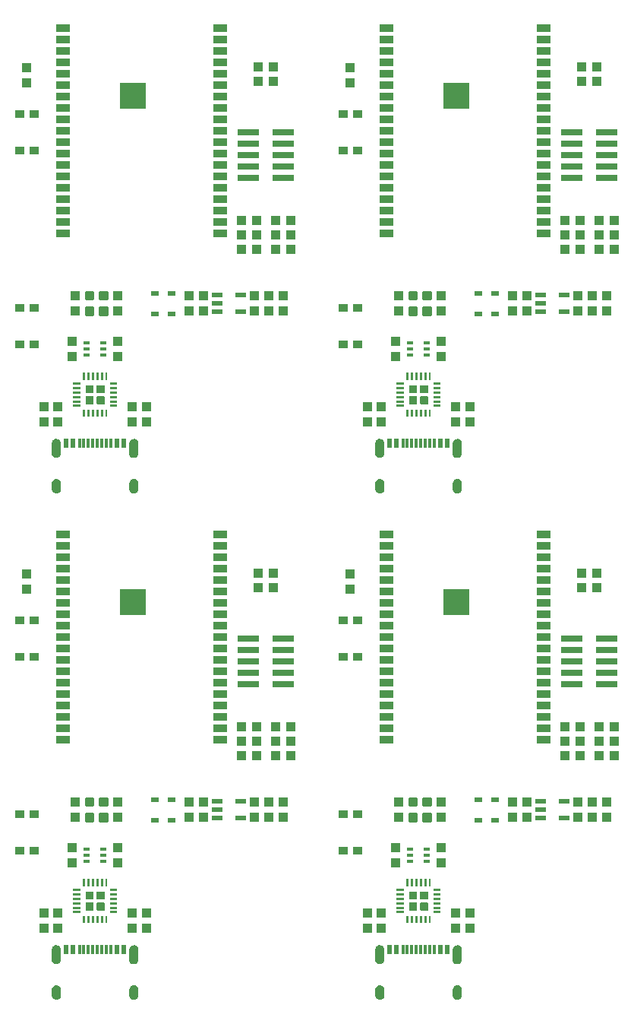
<source format=gtp>
G04 EAGLE Gerber RS-274X export*
G75*
%MOMM*%
%FSLAX34Y34*%
%LPD*%
%INSolderpaste Top*%
%IPPOS*%
%AMOC8*
5,1,8,0,0,1.08239X$1,22.5*%
G01*
%ADD10R,1.500000X0.900000*%
%ADD11R,3.000000X3.000000*%
%ADD12R,1.000000X1.100000*%
%ADD13R,1.100000X1.000000*%
%ADD14C,0.300000*%
%ADD15R,1.000000X0.900000*%
%ADD16R,0.300000X1.000000*%
%ADD17R,0.600000X1.000000*%
%ADD18R,1.200000X0.550000*%
%ADD19R,0.830000X0.630000*%
%ADD20R,2.400000X0.760000*%
%ADD21R,0.660000X0.300000*%

G36*
X157300Y607831D02*
X157300Y607831D01*
X157301Y607831D01*
X158369Y607850D01*
X158376Y607855D01*
X158380Y607851D01*
X159417Y608107D01*
X159422Y608114D01*
X159428Y608111D01*
X160382Y608592D01*
X160386Y608599D01*
X160391Y608598D01*
X161215Y609279D01*
X161216Y609287D01*
X161222Y609287D01*
X161873Y610134D01*
X161873Y610142D01*
X161879Y610143D01*
X162326Y611114D01*
X162324Y611122D01*
X162329Y611124D01*
X162548Y612170D01*
X162545Y612177D01*
X162549Y612180D01*
X162549Y624180D01*
X162546Y624185D01*
X162549Y624188D01*
X162369Y625283D01*
X162363Y625289D01*
X162366Y625294D01*
X161947Y626322D01*
X161940Y626326D01*
X161942Y626331D01*
X161305Y627240D01*
X161297Y627243D01*
X161297Y627248D01*
X160474Y627992D01*
X160466Y627993D01*
X160465Y627999D01*
X159497Y628541D01*
X159488Y628540D01*
X159486Y628546D01*
X158422Y628859D01*
X158417Y628857D01*
X158413Y628857D01*
X158411Y628861D01*
X157303Y628929D01*
X157297Y628925D01*
X157293Y628929D01*
X156185Y628759D01*
X156179Y628753D01*
X156174Y628756D01*
X155132Y628344D01*
X155128Y628337D01*
X155123Y628339D01*
X154198Y627705D01*
X154196Y627697D01*
X154190Y627698D01*
X153430Y626875D01*
X153429Y626866D01*
X153423Y626866D01*
X152866Y625894D01*
X152867Y625886D01*
X152861Y625884D01*
X152534Y624812D01*
X152537Y624804D01*
X152532Y624801D01*
X152451Y623684D01*
X152452Y623681D01*
X152451Y623680D01*
X152451Y611680D01*
X152456Y611673D01*
X152452Y611669D01*
X152671Y610725D01*
X152677Y610719D01*
X152675Y610714D01*
X153099Y609842D01*
X153106Y609839D01*
X153104Y609833D01*
X153711Y609077D01*
X153719Y609075D01*
X153719Y609069D01*
X154479Y608468D01*
X154488Y608468D01*
X154489Y608462D01*
X155364Y608044D01*
X155372Y608046D01*
X155374Y608041D01*
X156320Y607829D01*
X156327Y607832D01*
X156331Y607827D01*
X157300Y607831D01*
G37*
G36*
X517980Y607831D02*
X517980Y607831D01*
X517981Y607831D01*
X519049Y607850D01*
X519056Y607855D01*
X519060Y607851D01*
X520097Y608107D01*
X520102Y608114D01*
X520108Y608111D01*
X521062Y608592D01*
X521066Y608599D01*
X521071Y608598D01*
X521895Y609279D01*
X521896Y609287D01*
X521902Y609287D01*
X522553Y610134D01*
X522553Y610142D01*
X522559Y610143D01*
X523006Y611114D01*
X523004Y611122D01*
X523009Y611124D01*
X523228Y612170D01*
X523225Y612177D01*
X523229Y612180D01*
X523229Y624180D01*
X523226Y624185D01*
X523229Y624188D01*
X523049Y625283D01*
X523043Y625289D01*
X523046Y625294D01*
X522627Y626322D01*
X522620Y626326D01*
X522622Y626331D01*
X521985Y627240D01*
X521977Y627243D01*
X521977Y627248D01*
X521154Y627992D01*
X521146Y627993D01*
X521145Y627999D01*
X520177Y628541D01*
X520168Y628540D01*
X520166Y628546D01*
X519102Y628859D01*
X519097Y628857D01*
X519093Y628857D01*
X519091Y628861D01*
X517983Y628929D01*
X517977Y628925D01*
X517973Y628929D01*
X516865Y628759D01*
X516859Y628753D01*
X516854Y628756D01*
X515812Y628344D01*
X515808Y628337D01*
X515803Y628339D01*
X514878Y627705D01*
X514876Y627697D01*
X514870Y627698D01*
X514110Y626875D01*
X514109Y626866D01*
X514103Y626866D01*
X513546Y625894D01*
X513547Y625886D01*
X513541Y625884D01*
X513214Y624812D01*
X513217Y624804D01*
X513212Y624801D01*
X513131Y623684D01*
X513132Y623681D01*
X513131Y623680D01*
X513131Y611680D01*
X513136Y611673D01*
X513132Y611669D01*
X513351Y610725D01*
X513357Y610719D01*
X513355Y610714D01*
X513779Y609842D01*
X513786Y609839D01*
X513784Y609833D01*
X514391Y609077D01*
X514399Y609075D01*
X514399Y609069D01*
X515159Y608468D01*
X515168Y608468D01*
X515169Y608462D01*
X516044Y608044D01*
X516052Y608046D01*
X516054Y608041D01*
X517000Y607829D01*
X517007Y607832D01*
X517011Y607827D01*
X517980Y607831D01*
G37*
G36*
X157300Y43951D02*
X157300Y43951D01*
X157301Y43951D01*
X158369Y43970D01*
X158376Y43975D01*
X158380Y43971D01*
X159417Y44227D01*
X159422Y44234D01*
X159428Y44231D01*
X160382Y44712D01*
X160386Y44719D01*
X160391Y44718D01*
X161215Y45399D01*
X161216Y45407D01*
X161222Y45407D01*
X161873Y46254D01*
X161873Y46262D01*
X161879Y46263D01*
X162326Y47234D01*
X162324Y47242D01*
X162329Y47244D01*
X162548Y48290D01*
X162545Y48297D01*
X162549Y48300D01*
X162549Y60300D01*
X162546Y60305D01*
X162549Y60308D01*
X162369Y61403D01*
X162363Y61409D01*
X162366Y61414D01*
X161947Y62442D01*
X161940Y62446D01*
X161942Y62451D01*
X161305Y63360D01*
X161297Y63363D01*
X161297Y63368D01*
X160474Y64112D01*
X160466Y64113D01*
X160465Y64119D01*
X159497Y64661D01*
X159488Y64660D01*
X159486Y64666D01*
X158422Y64979D01*
X158417Y64977D01*
X158413Y64977D01*
X158411Y64981D01*
X157303Y65049D01*
X157297Y65045D01*
X157293Y65049D01*
X156185Y64879D01*
X156179Y64873D01*
X156174Y64876D01*
X155132Y64464D01*
X155128Y64457D01*
X155123Y64459D01*
X154198Y63825D01*
X154196Y63817D01*
X154190Y63818D01*
X153430Y62995D01*
X153429Y62986D01*
X153423Y62986D01*
X152866Y62014D01*
X152867Y62006D01*
X152861Y62004D01*
X152534Y60932D01*
X152537Y60924D01*
X152532Y60921D01*
X152451Y59804D01*
X152452Y59801D01*
X152451Y59800D01*
X152451Y47800D01*
X152456Y47793D01*
X152452Y47789D01*
X152671Y46845D01*
X152677Y46839D01*
X152675Y46834D01*
X153099Y45962D01*
X153106Y45959D01*
X153104Y45953D01*
X153711Y45197D01*
X153719Y45195D01*
X153719Y45189D01*
X154479Y44588D01*
X154488Y44588D01*
X154489Y44582D01*
X155364Y44164D01*
X155372Y44166D01*
X155374Y44161D01*
X156320Y43949D01*
X156327Y43952D01*
X156331Y43947D01*
X157300Y43951D01*
G37*
G36*
X517980Y43951D02*
X517980Y43951D01*
X517981Y43951D01*
X519049Y43970D01*
X519056Y43975D01*
X519060Y43971D01*
X520097Y44227D01*
X520102Y44234D01*
X520108Y44231D01*
X521062Y44712D01*
X521066Y44719D01*
X521071Y44718D01*
X521895Y45399D01*
X521896Y45407D01*
X521902Y45407D01*
X522553Y46254D01*
X522553Y46262D01*
X522559Y46263D01*
X523006Y47234D01*
X523004Y47242D01*
X523009Y47244D01*
X523228Y48290D01*
X523225Y48297D01*
X523229Y48300D01*
X523229Y60300D01*
X523226Y60305D01*
X523229Y60308D01*
X523049Y61403D01*
X523043Y61409D01*
X523046Y61414D01*
X522627Y62442D01*
X522620Y62446D01*
X522622Y62451D01*
X521985Y63360D01*
X521977Y63363D01*
X521977Y63368D01*
X521154Y64112D01*
X521146Y64113D01*
X521145Y64119D01*
X520177Y64661D01*
X520168Y64660D01*
X520166Y64666D01*
X519102Y64979D01*
X519097Y64977D01*
X519093Y64977D01*
X519091Y64981D01*
X517983Y65049D01*
X517977Y65045D01*
X517973Y65049D01*
X516865Y64879D01*
X516859Y64873D01*
X516854Y64876D01*
X515812Y64464D01*
X515808Y64457D01*
X515803Y64459D01*
X514878Y63825D01*
X514876Y63817D01*
X514870Y63818D01*
X514110Y62995D01*
X514109Y62986D01*
X514103Y62986D01*
X513546Y62014D01*
X513547Y62006D01*
X513541Y62004D01*
X513214Y60932D01*
X513217Y60924D01*
X513212Y60921D01*
X513131Y59804D01*
X513132Y59801D01*
X513131Y59800D01*
X513131Y47800D01*
X513136Y47793D01*
X513132Y47789D01*
X513351Y46845D01*
X513357Y46839D01*
X513355Y46834D01*
X513779Y45962D01*
X513786Y45959D01*
X513784Y45953D01*
X514391Y45197D01*
X514399Y45195D01*
X514399Y45189D01*
X515159Y44588D01*
X515168Y44588D01*
X515169Y44582D01*
X516044Y44164D01*
X516052Y44166D01*
X516054Y44161D01*
X517000Y43949D01*
X517007Y43952D01*
X517011Y43947D01*
X517980Y43951D01*
G37*
G36*
X71881Y607840D02*
X71881Y607840D01*
X71888Y607845D01*
X71892Y607841D01*
X72944Y608091D01*
X72949Y608097D01*
X72954Y608094D01*
X73924Y608571D01*
X73927Y608579D01*
X73933Y608577D01*
X74772Y609258D01*
X74774Y609266D01*
X74780Y609266D01*
X75446Y610117D01*
X75447Y610125D01*
X75452Y610126D01*
X75913Y611103D01*
X75911Y611111D01*
X75917Y611114D01*
X76148Y612169D01*
X76145Y612177D01*
X76149Y612180D01*
X76149Y624180D01*
X76145Y624185D01*
X76149Y624188D01*
X75956Y625294D01*
X75950Y625299D01*
X75953Y625304D01*
X75520Y626339D01*
X75513Y626343D01*
X75515Y626348D01*
X74862Y627261D01*
X74854Y627263D01*
X74855Y627269D01*
X74016Y628013D01*
X74007Y628014D01*
X74007Y628019D01*
X73023Y628558D01*
X73015Y628557D01*
X73013Y628562D01*
X71934Y628869D01*
X71926Y628866D01*
X71923Y628871D01*
X70803Y628929D01*
X70798Y628926D01*
X70795Y628929D01*
X69749Y628811D01*
X69743Y628805D01*
X69738Y628809D01*
X68744Y628461D01*
X68740Y628454D01*
X68735Y628456D01*
X67843Y627896D01*
X67841Y627889D01*
X67835Y627889D01*
X67091Y627145D01*
X67089Y627137D01*
X67084Y627137D01*
X66524Y626245D01*
X66524Y626237D01*
X66519Y626236D01*
X66171Y625242D01*
X66174Y625234D01*
X66169Y625231D01*
X66051Y624186D01*
X66053Y624182D01*
X66051Y624180D01*
X66051Y612180D01*
X66054Y612175D01*
X66051Y612172D01*
X66209Y611176D01*
X66215Y611170D01*
X66212Y611165D01*
X66587Y610229D01*
X66594Y610225D01*
X66592Y610219D01*
X67166Y609390D01*
X67174Y609387D01*
X67173Y609382D01*
X67917Y608701D01*
X67926Y608700D01*
X67926Y608694D01*
X68803Y608196D01*
X68812Y608197D01*
X68814Y608192D01*
X69779Y607901D01*
X69787Y607904D01*
X69790Y607899D01*
X70797Y607831D01*
X70799Y607832D01*
X70800Y607831D01*
X71881Y607840D01*
G37*
G36*
X432561Y607840D02*
X432561Y607840D01*
X432568Y607845D01*
X432572Y607841D01*
X433624Y608091D01*
X433629Y608097D01*
X433634Y608094D01*
X434604Y608571D01*
X434607Y608579D01*
X434613Y608577D01*
X435452Y609258D01*
X435454Y609266D01*
X435460Y609266D01*
X436126Y610117D01*
X436127Y610125D01*
X436132Y610126D01*
X436593Y611103D01*
X436591Y611111D01*
X436597Y611114D01*
X436828Y612169D01*
X436825Y612177D01*
X436829Y612180D01*
X436829Y624180D01*
X436825Y624185D01*
X436829Y624188D01*
X436636Y625294D01*
X436630Y625299D01*
X436633Y625304D01*
X436200Y626339D01*
X436193Y626343D01*
X436195Y626348D01*
X435542Y627261D01*
X435534Y627263D01*
X435535Y627269D01*
X434696Y628013D01*
X434687Y628014D01*
X434687Y628019D01*
X433703Y628558D01*
X433695Y628557D01*
X433693Y628562D01*
X432614Y628869D01*
X432606Y628866D01*
X432603Y628871D01*
X431483Y628929D01*
X431478Y628926D01*
X431475Y628929D01*
X430429Y628811D01*
X430423Y628805D01*
X430418Y628809D01*
X429424Y628461D01*
X429420Y628454D01*
X429415Y628456D01*
X428523Y627896D01*
X428521Y627889D01*
X428515Y627889D01*
X427771Y627145D01*
X427769Y627137D01*
X427764Y627137D01*
X427204Y626245D01*
X427204Y626237D01*
X427199Y626236D01*
X426851Y625242D01*
X426854Y625234D01*
X426849Y625231D01*
X426731Y624186D01*
X426733Y624182D01*
X426731Y624180D01*
X426731Y612180D01*
X426734Y612175D01*
X426731Y612172D01*
X426889Y611176D01*
X426895Y611170D01*
X426892Y611165D01*
X427267Y610229D01*
X427274Y610225D01*
X427272Y610219D01*
X427846Y609390D01*
X427854Y609387D01*
X427853Y609382D01*
X428597Y608701D01*
X428606Y608700D01*
X428606Y608694D01*
X429483Y608196D01*
X429492Y608197D01*
X429494Y608192D01*
X430459Y607901D01*
X430467Y607904D01*
X430470Y607899D01*
X431477Y607831D01*
X431479Y607832D01*
X431480Y607831D01*
X432561Y607840D01*
G37*
G36*
X432561Y43960D02*
X432561Y43960D01*
X432568Y43965D01*
X432572Y43961D01*
X433624Y44211D01*
X433629Y44217D01*
X433634Y44214D01*
X434604Y44691D01*
X434607Y44699D01*
X434613Y44697D01*
X435452Y45378D01*
X435454Y45386D01*
X435460Y45386D01*
X436126Y46237D01*
X436127Y46245D01*
X436132Y46246D01*
X436593Y47223D01*
X436591Y47231D01*
X436597Y47234D01*
X436828Y48289D01*
X436825Y48297D01*
X436829Y48300D01*
X436829Y60300D01*
X436825Y60305D01*
X436829Y60308D01*
X436636Y61414D01*
X436630Y61419D01*
X436633Y61424D01*
X436200Y62459D01*
X436193Y62463D01*
X436195Y62468D01*
X435542Y63381D01*
X435534Y63383D01*
X435535Y63389D01*
X434696Y64133D01*
X434687Y64134D01*
X434687Y64139D01*
X433703Y64678D01*
X433695Y64677D01*
X433693Y64682D01*
X432614Y64989D01*
X432606Y64986D01*
X432603Y64991D01*
X431483Y65049D01*
X431478Y65046D01*
X431475Y65049D01*
X430429Y64931D01*
X430423Y64925D01*
X430418Y64929D01*
X429424Y64581D01*
X429420Y64574D01*
X429415Y64576D01*
X428523Y64016D01*
X428521Y64009D01*
X428515Y64009D01*
X427771Y63265D01*
X427769Y63257D01*
X427764Y63257D01*
X427204Y62365D01*
X427204Y62357D01*
X427199Y62356D01*
X426851Y61362D01*
X426854Y61354D01*
X426849Y61351D01*
X426731Y60306D01*
X426733Y60302D01*
X426731Y60300D01*
X426731Y48300D01*
X426734Y48295D01*
X426731Y48292D01*
X426889Y47296D01*
X426895Y47290D01*
X426892Y47285D01*
X427267Y46349D01*
X427274Y46345D01*
X427272Y46339D01*
X427846Y45510D01*
X427854Y45507D01*
X427853Y45502D01*
X428597Y44821D01*
X428606Y44820D01*
X428606Y44814D01*
X429483Y44316D01*
X429492Y44317D01*
X429494Y44312D01*
X430459Y44021D01*
X430467Y44024D01*
X430470Y44019D01*
X431477Y43951D01*
X431479Y43952D01*
X431480Y43951D01*
X432561Y43960D01*
G37*
G36*
X71881Y43960D02*
X71881Y43960D01*
X71888Y43965D01*
X71892Y43961D01*
X72944Y44211D01*
X72949Y44217D01*
X72954Y44214D01*
X73924Y44691D01*
X73927Y44699D01*
X73933Y44697D01*
X74772Y45378D01*
X74774Y45386D01*
X74780Y45386D01*
X75446Y46237D01*
X75447Y46245D01*
X75452Y46246D01*
X75913Y47223D01*
X75911Y47231D01*
X75917Y47234D01*
X76148Y48289D01*
X76145Y48297D01*
X76149Y48300D01*
X76149Y60300D01*
X76145Y60305D01*
X76149Y60308D01*
X75956Y61414D01*
X75950Y61419D01*
X75953Y61424D01*
X75520Y62459D01*
X75513Y62463D01*
X75515Y62468D01*
X74862Y63381D01*
X74854Y63383D01*
X74855Y63389D01*
X74016Y64133D01*
X74007Y64134D01*
X74007Y64139D01*
X73023Y64678D01*
X73015Y64677D01*
X73013Y64682D01*
X71934Y64989D01*
X71926Y64986D01*
X71923Y64991D01*
X70803Y65049D01*
X70798Y65046D01*
X70795Y65049D01*
X69749Y64931D01*
X69743Y64925D01*
X69738Y64929D01*
X68744Y64581D01*
X68740Y64574D01*
X68735Y64576D01*
X67843Y64016D01*
X67841Y64009D01*
X67835Y64009D01*
X67091Y63265D01*
X67089Y63257D01*
X67084Y63257D01*
X66524Y62365D01*
X66524Y62357D01*
X66519Y62356D01*
X66171Y61362D01*
X66174Y61354D01*
X66169Y61351D01*
X66051Y60306D01*
X66053Y60302D01*
X66051Y60300D01*
X66051Y48300D01*
X66054Y48295D01*
X66051Y48292D01*
X66209Y47296D01*
X66215Y47290D01*
X66212Y47285D01*
X66587Y46349D01*
X66594Y46345D01*
X66592Y46339D01*
X67166Y45510D01*
X67174Y45507D01*
X67173Y45502D01*
X67917Y44821D01*
X67926Y44820D01*
X67926Y44814D01*
X68803Y44316D01*
X68812Y44317D01*
X68814Y44312D01*
X69779Y44021D01*
X69787Y44024D01*
X69790Y44019D01*
X70797Y43951D01*
X70799Y43952D01*
X70800Y43951D01*
X71881Y43960D01*
G37*
G36*
X518484Y568335D02*
X518484Y568335D01*
X518487Y568331D01*
X519563Y568486D01*
X519568Y568492D01*
X519573Y568489D01*
X520587Y568879D01*
X520591Y568886D01*
X520597Y568885D01*
X521499Y569491D01*
X521501Y569499D01*
X521507Y569498D01*
X522251Y570290D01*
X522252Y570298D01*
X522258Y570298D01*
X522807Y571236D01*
X522806Y571244D01*
X522812Y571246D01*
X523139Y572282D01*
X523136Y572290D01*
X523141Y572293D01*
X523229Y573376D01*
X523227Y573379D01*
X523229Y573380D01*
X523229Y579380D01*
X523226Y579384D01*
X523229Y579386D01*
X523079Y580519D01*
X523073Y580525D01*
X523076Y580530D01*
X522678Y581600D01*
X522671Y581604D01*
X522673Y581610D01*
X522046Y582565D01*
X522038Y582568D01*
X522039Y582573D01*
X521216Y583365D01*
X521208Y583366D01*
X521207Y583372D01*
X520228Y583961D01*
X520220Y583960D01*
X520218Y583965D01*
X519133Y584321D01*
X519125Y584319D01*
X519122Y584323D01*
X517985Y584429D01*
X517976Y584424D01*
X517971Y584428D01*
X516834Y584221D01*
X516828Y584215D01*
X516823Y584218D01*
X515761Y583763D01*
X515757Y583756D01*
X515751Y583758D01*
X514816Y583078D01*
X514814Y583070D01*
X514808Y583071D01*
X514048Y582200D01*
X514048Y582192D01*
X514042Y582191D01*
X513495Y581172D01*
X513496Y581164D01*
X513491Y581162D01*
X513487Y581149D01*
X513474Y581100D01*
X513473Y581100D01*
X513474Y581100D01*
X513460Y581051D01*
X513446Y581001D01*
X513433Y580952D01*
X513419Y580903D01*
X513406Y580854D01*
X513392Y580804D01*
X513379Y580755D01*
X513365Y580706D01*
X513351Y580657D01*
X513338Y580607D01*
X513324Y580558D01*
X513311Y580509D01*
X513297Y580460D01*
X513284Y580410D01*
X513270Y580361D01*
X513257Y580312D01*
X513256Y580312D01*
X513243Y580263D01*
X513229Y580213D01*
X513184Y580048D01*
X513187Y580040D01*
X513182Y580037D01*
X513131Y578882D01*
X513132Y578881D01*
X513131Y578880D01*
X513131Y572880D01*
X513135Y572874D01*
X513132Y572871D01*
X513344Y571790D01*
X513350Y571785D01*
X513347Y571780D01*
X513794Y570774D01*
X513801Y570770D01*
X513799Y570764D01*
X514459Y569883D01*
X514467Y569880D01*
X514467Y569875D01*
X515306Y569162D01*
X515314Y569162D01*
X515315Y569156D01*
X516292Y568648D01*
X516300Y568649D01*
X516302Y568644D01*
X517367Y568366D01*
X517375Y568369D01*
X517378Y568365D01*
X518479Y568331D01*
X518484Y568335D01*
G37*
G36*
X157804Y568335D02*
X157804Y568335D01*
X157807Y568331D01*
X158883Y568486D01*
X158888Y568492D01*
X158893Y568489D01*
X159907Y568879D01*
X159911Y568886D01*
X159917Y568885D01*
X160819Y569491D01*
X160821Y569499D01*
X160827Y569498D01*
X161571Y570290D01*
X161572Y570298D01*
X161578Y570298D01*
X162127Y571236D01*
X162126Y571244D01*
X162132Y571246D01*
X162459Y572282D01*
X162456Y572290D01*
X162461Y572293D01*
X162549Y573376D01*
X162547Y573379D01*
X162549Y573380D01*
X162549Y579380D01*
X162546Y579384D01*
X162549Y579386D01*
X162399Y580519D01*
X162393Y580525D01*
X162396Y580530D01*
X161998Y581600D01*
X161991Y581604D01*
X161993Y581610D01*
X161366Y582565D01*
X161358Y582568D01*
X161359Y582573D01*
X160536Y583365D01*
X160528Y583366D01*
X160527Y583372D01*
X159548Y583961D01*
X159540Y583960D01*
X159538Y583965D01*
X158453Y584321D01*
X158445Y584319D01*
X158442Y584323D01*
X157305Y584429D01*
X157296Y584424D01*
X157291Y584428D01*
X156154Y584221D01*
X156148Y584215D01*
X156143Y584218D01*
X155081Y583763D01*
X155077Y583756D01*
X155071Y583758D01*
X154136Y583078D01*
X154134Y583070D01*
X154128Y583071D01*
X153368Y582200D01*
X153368Y582192D01*
X153362Y582191D01*
X152815Y581172D01*
X152816Y581164D01*
X152811Y581162D01*
X152807Y581149D01*
X152794Y581100D01*
X152793Y581100D01*
X152794Y581100D01*
X152780Y581051D01*
X152766Y581001D01*
X152753Y580952D01*
X152739Y580903D01*
X152726Y580854D01*
X152712Y580804D01*
X152699Y580755D01*
X152685Y580706D01*
X152671Y580657D01*
X152658Y580607D01*
X152644Y580558D01*
X152631Y580509D01*
X152617Y580460D01*
X152604Y580410D01*
X152590Y580361D01*
X152577Y580312D01*
X152576Y580312D01*
X152563Y580263D01*
X152549Y580213D01*
X152504Y580048D01*
X152507Y580040D01*
X152502Y580037D01*
X152451Y578882D01*
X152452Y578881D01*
X152451Y578880D01*
X152451Y572880D01*
X152455Y572874D01*
X152452Y572871D01*
X152664Y571790D01*
X152670Y571785D01*
X152667Y571780D01*
X153114Y570774D01*
X153121Y570770D01*
X153119Y570764D01*
X153779Y569883D01*
X153787Y569880D01*
X153787Y569875D01*
X154626Y569162D01*
X154634Y569162D01*
X154635Y569156D01*
X155612Y568648D01*
X155620Y568649D01*
X155622Y568644D01*
X156687Y568366D01*
X156695Y568369D01*
X156698Y568365D01*
X157799Y568331D01*
X157804Y568335D01*
G37*
G36*
X518484Y4455D02*
X518484Y4455D01*
X518487Y4451D01*
X519563Y4606D01*
X519568Y4612D01*
X519573Y4609D01*
X520587Y4999D01*
X520591Y5006D01*
X520597Y5005D01*
X521499Y5611D01*
X521501Y5619D01*
X521507Y5618D01*
X522251Y6410D01*
X522252Y6418D01*
X522258Y6418D01*
X522807Y7356D01*
X522806Y7364D01*
X522812Y7366D01*
X523139Y8402D01*
X523136Y8410D01*
X523141Y8413D01*
X523229Y9496D01*
X523227Y9499D01*
X523229Y9500D01*
X523229Y15500D01*
X523226Y15504D01*
X523229Y15506D01*
X523079Y16639D01*
X523073Y16645D01*
X523076Y16650D01*
X522678Y17720D01*
X522671Y17724D01*
X522673Y17730D01*
X522046Y18685D01*
X522038Y18688D01*
X522039Y18693D01*
X521216Y19485D01*
X521208Y19486D01*
X521207Y19492D01*
X520228Y20081D01*
X520220Y20080D01*
X520218Y20085D01*
X519133Y20441D01*
X519125Y20439D01*
X519122Y20443D01*
X517985Y20549D01*
X517976Y20544D01*
X517971Y20548D01*
X516834Y20341D01*
X516828Y20335D01*
X516823Y20338D01*
X515761Y19883D01*
X515757Y19876D01*
X515751Y19878D01*
X514816Y19198D01*
X514814Y19190D01*
X514808Y19191D01*
X514048Y18320D01*
X514048Y18312D01*
X514042Y18311D01*
X513495Y17292D01*
X513496Y17284D01*
X513491Y17282D01*
X513487Y17269D01*
X513474Y17220D01*
X513473Y17220D01*
X513474Y17220D01*
X513460Y17171D01*
X513446Y17121D01*
X513433Y17072D01*
X513419Y17023D01*
X513406Y16974D01*
X513392Y16924D01*
X513379Y16875D01*
X513365Y16826D01*
X513351Y16777D01*
X513338Y16727D01*
X513324Y16678D01*
X513311Y16629D01*
X513297Y16580D01*
X513284Y16530D01*
X513270Y16481D01*
X513257Y16432D01*
X513256Y16432D01*
X513243Y16383D01*
X513229Y16333D01*
X513184Y16168D01*
X513187Y16160D01*
X513182Y16157D01*
X513131Y15002D01*
X513132Y15001D01*
X513131Y15000D01*
X513131Y9000D01*
X513135Y8994D01*
X513132Y8991D01*
X513344Y7910D01*
X513350Y7905D01*
X513347Y7900D01*
X513794Y6894D01*
X513801Y6890D01*
X513799Y6884D01*
X514459Y6003D01*
X514467Y6000D01*
X514467Y5995D01*
X515306Y5282D01*
X515314Y5282D01*
X515315Y5276D01*
X516292Y4768D01*
X516300Y4769D01*
X516302Y4764D01*
X517367Y4486D01*
X517375Y4489D01*
X517378Y4485D01*
X518479Y4451D01*
X518484Y4455D01*
G37*
G36*
X157804Y4455D02*
X157804Y4455D01*
X157807Y4451D01*
X158883Y4606D01*
X158888Y4612D01*
X158893Y4609D01*
X159907Y4999D01*
X159911Y5006D01*
X159917Y5005D01*
X160819Y5611D01*
X160821Y5619D01*
X160827Y5618D01*
X161571Y6410D01*
X161572Y6418D01*
X161578Y6418D01*
X162127Y7356D01*
X162126Y7364D01*
X162132Y7366D01*
X162459Y8402D01*
X162456Y8410D01*
X162461Y8413D01*
X162549Y9496D01*
X162547Y9499D01*
X162549Y9500D01*
X162549Y15500D01*
X162546Y15504D01*
X162549Y15506D01*
X162399Y16639D01*
X162393Y16645D01*
X162396Y16650D01*
X161998Y17720D01*
X161991Y17724D01*
X161993Y17730D01*
X161366Y18685D01*
X161358Y18688D01*
X161359Y18693D01*
X160536Y19485D01*
X160528Y19486D01*
X160527Y19492D01*
X159548Y20081D01*
X159540Y20080D01*
X159538Y20085D01*
X158453Y20441D01*
X158445Y20439D01*
X158442Y20443D01*
X157305Y20549D01*
X157296Y20544D01*
X157291Y20548D01*
X156154Y20341D01*
X156148Y20335D01*
X156143Y20338D01*
X155081Y19883D01*
X155077Y19876D01*
X155071Y19878D01*
X154136Y19198D01*
X154134Y19190D01*
X154128Y19191D01*
X153368Y18320D01*
X153368Y18312D01*
X153362Y18311D01*
X152815Y17292D01*
X152816Y17284D01*
X152811Y17282D01*
X152807Y17269D01*
X152794Y17220D01*
X152793Y17220D01*
X152794Y17220D01*
X152780Y17171D01*
X152766Y17121D01*
X152753Y17072D01*
X152739Y17023D01*
X152726Y16974D01*
X152712Y16924D01*
X152699Y16875D01*
X152685Y16826D01*
X152671Y16777D01*
X152658Y16727D01*
X152644Y16678D01*
X152631Y16629D01*
X152617Y16580D01*
X152604Y16530D01*
X152590Y16481D01*
X152577Y16432D01*
X152576Y16432D01*
X152563Y16383D01*
X152549Y16333D01*
X152504Y16168D01*
X152507Y16160D01*
X152502Y16157D01*
X152451Y15002D01*
X152452Y15001D01*
X152451Y15000D01*
X152451Y9000D01*
X152455Y8994D01*
X152452Y8991D01*
X152664Y7910D01*
X152670Y7905D01*
X152667Y7900D01*
X153114Y6894D01*
X153121Y6890D01*
X153119Y6884D01*
X153779Y6003D01*
X153787Y6000D01*
X153787Y5995D01*
X154626Y5282D01*
X154634Y5282D01*
X154635Y5276D01*
X155612Y4768D01*
X155620Y4769D01*
X155622Y4764D01*
X156687Y4486D01*
X156695Y4489D01*
X156698Y4485D01*
X157799Y4451D01*
X157804Y4455D01*
G37*
G36*
X71302Y568335D02*
X71302Y568335D01*
X71307Y568331D01*
X72394Y568476D01*
X72400Y568482D01*
X72405Y568479D01*
X73433Y568863D01*
X73438Y568869D01*
X73443Y568868D01*
X74360Y569470D01*
X74363Y569478D01*
X74369Y569477D01*
X75129Y570269D01*
X75130Y570277D01*
X75136Y570278D01*
X75700Y571219D01*
X75700Y571222D01*
X75701Y571223D01*
X75700Y571225D01*
X75699Y571227D01*
X75705Y571229D01*
X76046Y572272D01*
X76044Y572280D01*
X76048Y572283D01*
X76149Y573376D01*
X76147Y573378D01*
X76149Y573380D01*
X76149Y579380D01*
X76147Y579383D01*
X76149Y579385D01*
X76048Y580477D01*
X76043Y580483D01*
X76046Y580488D01*
X75705Y581531D01*
X75698Y581536D01*
X75700Y581541D01*
X75136Y582482D01*
X75128Y582485D01*
X75129Y582491D01*
X74369Y583283D01*
X74361Y583284D01*
X74360Y583290D01*
X73443Y583893D01*
X73435Y583892D01*
X73433Y583898D01*
X72405Y584281D01*
X72397Y584279D01*
X72394Y584284D01*
X71307Y584429D01*
X71299Y584425D01*
X71295Y584429D01*
X70158Y584323D01*
X70152Y584318D01*
X70147Y584321D01*
X69062Y583965D01*
X69057Y583958D01*
X69052Y583961D01*
X68073Y583372D01*
X68070Y583364D01*
X68064Y583365D01*
X67241Y582573D01*
X67240Y582565D01*
X67234Y582565D01*
X66607Y581610D01*
X66608Y581602D01*
X66602Y581600D01*
X66204Y580530D01*
X66206Y580522D01*
X66201Y580519D01*
X66051Y579386D01*
X66054Y579382D01*
X66051Y579380D01*
X66051Y573380D01*
X66054Y573376D01*
X66051Y573374D01*
X66201Y572241D01*
X66207Y572235D01*
X66204Y572230D01*
X66602Y571160D01*
X66609Y571156D01*
X66607Y571150D01*
X67234Y570195D01*
X67242Y570192D01*
X67241Y570187D01*
X68064Y569395D01*
X68072Y569394D01*
X68073Y569388D01*
X69052Y568799D01*
X69060Y568800D01*
X69062Y568795D01*
X70147Y568439D01*
X70155Y568442D01*
X70158Y568437D01*
X71295Y568331D01*
X71302Y568335D01*
G37*
G36*
X431982Y568335D02*
X431982Y568335D01*
X431987Y568331D01*
X433074Y568476D01*
X433080Y568482D01*
X433085Y568479D01*
X434113Y568863D01*
X434118Y568869D01*
X434123Y568868D01*
X435040Y569470D01*
X435043Y569478D01*
X435049Y569477D01*
X435809Y570269D01*
X435810Y570277D01*
X435816Y570278D01*
X436380Y571219D01*
X436380Y571222D01*
X436381Y571223D01*
X436380Y571225D01*
X436379Y571227D01*
X436385Y571229D01*
X436726Y572272D01*
X436724Y572280D01*
X436728Y572283D01*
X436829Y573376D01*
X436827Y573378D01*
X436829Y573380D01*
X436829Y579380D01*
X436827Y579383D01*
X436829Y579385D01*
X436728Y580477D01*
X436723Y580483D01*
X436726Y580488D01*
X436385Y581531D01*
X436378Y581536D01*
X436380Y581541D01*
X435816Y582482D01*
X435808Y582485D01*
X435809Y582491D01*
X435049Y583283D01*
X435041Y583284D01*
X435040Y583290D01*
X434123Y583893D01*
X434115Y583892D01*
X434113Y583898D01*
X433085Y584281D01*
X433077Y584279D01*
X433074Y584284D01*
X431987Y584429D01*
X431979Y584425D01*
X431975Y584429D01*
X430838Y584323D01*
X430832Y584318D01*
X430827Y584321D01*
X429742Y583965D01*
X429737Y583958D01*
X429732Y583961D01*
X428753Y583372D01*
X428750Y583364D01*
X428744Y583365D01*
X427921Y582573D01*
X427920Y582565D01*
X427914Y582565D01*
X427287Y581610D01*
X427288Y581602D01*
X427282Y581600D01*
X426884Y580530D01*
X426886Y580522D01*
X426881Y580519D01*
X426731Y579386D01*
X426734Y579382D01*
X426731Y579380D01*
X426731Y573380D01*
X426734Y573376D01*
X426731Y573374D01*
X426881Y572241D01*
X426887Y572235D01*
X426884Y572230D01*
X427282Y571160D01*
X427289Y571156D01*
X427287Y571150D01*
X427914Y570195D01*
X427922Y570192D01*
X427921Y570187D01*
X428744Y569395D01*
X428752Y569394D01*
X428753Y569388D01*
X429732Y568799D01*
X429740Y568800D01*
X429742Y568795D01*
X430827Y568439D01*
X430835Y568442D01*
X430838Y568437D01*
X431975Y568331D01*
X431982Y568335D01*
G37*
G36*
X71302Y4455D02*
X71302Y4455D01*
X71307Y4451D01*
X72394Y4596D01*
X72400Y4602D01*
X72405Y4599D01*
X73433Y4983D01*
X73438Y4989D01*
X73443Y4988D01*
X74360Y5590D01*
X74363Y5598D01*
X74369Y5597D01*
X75129Y6389D01*
X75130Y6397D01*
X75136Y6398D01*
X75700Y7339D01*
X75700Y7342D01*
X75701Y7343D01*
X75700Y7345D01*
X75699Y7347D01*
X75705Y7349D01*
X76046Y8392D01*
X76044Y8400D01*
X76048Y8403D01*
X76149Y9496D01*
X76147Y9498D01*
X76149Y9500D01*
X76149Y15500D01*
X76147Y15503D01*
X76149Y15505D01*
X76048Y16597D01*
X76043Y16603D01*
X76046Y16608D01*
X75705Y17651D01*
X75698Y17656D01*
X75700Y17661D01*
X75136Y18602D01*
X75128Y18605D01*
X75129Y18611D01*
X74369Y19403D01*
X74361Y19404D01*
X74360Y19410D01*
X73443Y20013D01*
X73435Y20012D01*
X73433Y20018D01*
X72405Y20401D01*
X72397Y20399D01*
X72394Y20404D01*
X71307Y20549D01*
X71299Y20545D01*
X71295Y20549D01*
X70158Y20443D01*
X70152Y20438D01*
X70147Y20441D01*
X69062Y20085D01*
X69057Y20078D01*
X69052Y20081D01*
X68073Y19492D01*
X68070Y19484D01*
X68064Y19485D01*
X67241Y18693D01*
X67240Y18685D01*
X67234Y18685D01*
X66607Y17730D01*
X66608Y17722D01*
X66602Y17720D01*
X66204Y16650D01*
X66206Y16642D01*
X66201Y16639D01*
X66051Y15506D01*
X66054Y15502D01*
X66051Y15500D01*
X66051Y9500D01*
X66054Y9496D01*
X66051Y9494D01*
X66201Y8361D01*
X66207Y8355D01*
X66204Y8350D01*
X66602Y7280D01*
X66609Y7276D01*
X66607Y7270D01*
X67234Y6315D01*
X67242Y6312D01*
X67241Y6307D01*
X68064Y5515D01*
X68072Y5514D01*
X68073Y5508D01*
X69052Y4919D01*
X69060Y4920D01*
X69062Y4915D01*
X70147Y4559D01*
X70155Y4562D01*
X70158Y4557D01*
X71295Y4451D01*
X71302Y4455D01*
G37*
G36*
X431982Y4455D02*
X431982Y4455D01*
X431987Y4451D01*
X433074Y4596D01*
X433080Y4602D01*
X433085Y4599D01*
X434113Y4983D01*
X434118Y4989D01*
X434123Y4988D01*
X435040Y5590D01*
X435043Y5598D01*
X435049Y5597D01*
X435809Y6389D01*
X435810Y6397D01*
X435816Y6398D01*
X436380Y7339D01*
X436380Y7342D01*
X436381Y7343D01*
X436380Y7345D01*
X436379Y7347D01*
X436385Y7349D01*
X436726Y8392D01*
X436724Y8400D01*
X436728Y8403D01*
X436829Y9496D01*
X436827Y9498D01*
X436829Y9500D01*
X436829Y15500D01*
X436827Y15503D01*
X436829Y15505D01*
X436728Y16597D01*
X436723Y16603D01*
X436726Y16608D01*
X436385Y17651D01*
X436378Y17656D01*
X436380Y17661D01*
X435816Y18602D01*
X435808Y18605D01*
X435809Y18611D01*
X435049Y19403D01*
X435041Y19404D01*
X435040Y19410D01*
X434123Y20013D01*
X434115Y20012D01*
X434113Y20018D01*
X433085Y20401D01*
X433077Y20399D01*
X433074Y20404D01*
X431987Y20549D01*
X431979Y20545D01*
X431975Y20549D01*
X430838Y20443D01*
X430832Y20438D01*
X430827Y20441D01*
X429742Y20085D01*
X429737Y20078D01*
X429732Y20081D01*
X428753Y19492D01*
X428750Y19484D01*
X428744Y19485D01*
X427921Y18693D01*
X427920Y18685D01*
X427914Y18685D01*
X427287Y17730D01*
X427288Y17722D01*
X427282Y17720D01*
X426884Y16650D01*
X426886Y16642D01*
X426881Y16639D01*
X426731Y15506D01*
X426734Y15502D01*
X426731Y15500D01*
X426731Y9500D01*
X426734Y9496D01*
X426731Y9494D01*
X426881Y8361D01*
X426887Y8355D01*
X426884Y8350D01*
X427282Y7280D01*
X427289Y7276D01*
X427287Y7270D01*
X427914Y6315D01*
X427922Y6312D01*
X427921Y6307D01*
X428744Y5515D01*
X428752Y5514D01*
X428753Y5508D01*
X429732Y4919D01*
X429740Y4920D01*
X429742Y4915D01*
X430827Y4559D01*
X430835Y4562D01*
X430838Y4557D01*
X431975Y4451D01*
X431982Y4455D01*
G37*
G36*
X111865Y680057D02*
X111865Y680057D01*
X111931Y680059D01*
X111974Y680077D01*
X112021Y680085D01*
X112078Y680119D01*
X112138Y680144D01*
X112173Y680175D01*
X112214Y680200D01*
X112256Y680251D01*
X112304Y680295D01*
X112326Y680337D01*
X112355Y680374D01*
X112376Y680436D01*
X112407Y680495D01*
X112415Y680549D01*
X112427Y680586D01*
X112426Y680626D01*
X112434Y680680D01*
X112434Y688180D01*
X112423Y688245D01*
X112421Y688311D01*
X112403Y688354D01*
X112395Y688401D01*
X112361Y688458D01*
X112336Y688518D01*
X112305Y688553D01*
X112280Y688594D01*
X112229Y688636D01*
X112185Y688684D01*
X112143Y688706D01*
X112106Y688735D01*
X112044Y688756D01*
X111985Y688787D01*
X111931Y688795D01*
X111894Y688807D01*
X111854Y688806D01*
X111800Y688814D01*
X104300Y688814D01*
X104235Y688803D01*
X104169Y688801D01*
X104126Y688783D01*
X104079Y688775D01*
X104022Y688741D01*
X103962Y688716D01*
X103927Y688685D01*
X103886Y688660D01*
X103845Y688609D01*
X103796Y688565D01*
X103774Y688523D01*
X103745Y688486D01*
X103724Y688424D01*
X103693Y688365D01*
X103685Y688311D01*
X103673Y688274D01*
X103674Y688234D01*
X103666Y688180D01*
X103666Y680680D01*
X103677Y680615D01*
X103679Y680549D01*
X103697Y680506D01*
X103705Y680459D01*
X103739Y680402D01*
X103764Y680342D01*
X103795Y680307D01*
X103820Y680266D01*
X103871Y680225D01*
X103915Y680176D01*
X103957Y680154D01*
X103994Y680125D01*
X104056Y680104D01*
X104115Y680073D01*
X104169Y680065D01*
X104206Y680053D01*
X104246Y680054D01*
X104300Y680046D01*
X111800Y680046D01*
X111865Y680057D01*
G37*
G36*
X485045Y680057D02*
X485045Y680057D01*
X485111Y680059D01*
X485154Y680077D01*
X485201Y680085D01*
X485258Y680119D01*
X485318Y680144D01*
X485353Y680175D01*
X485394Y680200D01*
X485436Y680251D01*
X485484Y680295D01*
X485506Y680337D01*
X485535Y680374D01*
X485556Y680436D01*
X485587Y680495D01*
X485595Y680549D01*
X485607Y680586D01*
X485606Y680626D01*
X485614Y680680D01*
X485614Y688180D01*
X485603Y688245D01*
X485601Y688311D01*
X485583Y688354D01*
X485575Y688401D01*
X485541Y688458D01*
X485516Y688518D01*
X485485Y688553D01*
X485460Y688594D01*
X485409Y688636D01*
X485365Y688684D01*
X485323Y688706D01*
X485286Y688735D01*
X485224Y688756D01*
X485165Y688787D01*
X485111Y688795D01*
X485074Y688807D01*
X485034Y688806D01*
X484980Y688814D01*
X477480Y688814D01*
X477415Y688803D01*
X477349Y688801D01*
X477306Y688783D01*
X477259Y688775D01*
X477202Y688741D01*
X477142Y688716D01*
X477107Y688685D01*
X477066Y688660D01*
X477025Y688609D01*
X476976Y688565D01*
X476954Y688523D01*
X476925Y688486D01*
X476904Y688424D01*
X476873Y688365D01*
X476865Y688311D01*
X476853Y688274D01*
X476854Y688234D01*
X476846Y688180D01*
X476846Y680680D01*
X476857Y680615D01*
X476859Y680549D01*
X476877Y680506D01*
X476885Y680459D01*
X476919Y680402D01*
X476944Y680342D01*
X476975Y680307D01*
X477000Y680266D01*
X477051Y680225D01*
X477095Y680176D01*
X477137Y680154D01*
X477174Y680125D01*
X477236Y680104D01*
X477295Y680073D01*
X477349Y680065D01*
X477386Y680053D01*
X477426Y680054D01*
X477480Y680046D01*
X484980Y680046D01*
X485045Y680057D01*
G37*
G36*
X472545Y680057D02*
X472545Y680057D01*
X472611Y680059D01*
X472654Y680077D01*
X472701Y680085D01*
X472758Y680119D01*
X472818Y680144D01*
X472853Y680175D01*
X472894Y680200D01*
X472936Y680251D01*
X472984Y680295D01*
X473006Y680337D01*
X473035Y680374D01*
X473056Y680436D01*
X473087Y680495D01*
X473095Y680549D01*
X473107Y680586D01*
X473106Y680626D01*
X473114Y680680D01*
X473114Y688180D01*
X473103Y688245D01*
X473101Y688311D01*
X473083Y688354D01*
X473075Y688401D01*
X473041Y688458D01*
X473016Y688518D01*
X472985Y688553D01*
X472960Y688594D01*
X472909Y688636D01*
X472865Y688684D01*
X472823Y688706D01*
X472786Y688735D01*
X472724Y688756D01*
X472665Y688787D01*
X472611Y688795D01*
X472574Y688807D01*
X472534Y688806D01*
X472480Y688814D01*
X464980Y688814D01*
X464915Y688803D01*
X464849Y688801D01*
X464806Y688783D01*
X464759Y688775D01*
X464702Y688741D01*
X464642Y688716D01*
X464607Y688685D01*
X464566Y688660D01*
X464525Y688609D01*
X464476Y688565D01*
X464454Y688523D01*
X464425Y688486D01*
X464404Y688424D01*
X464373Y688365D01*
X464365Y688311D01*
X464353Y688274D01*
X464354Y688234D01*
X464346Y688180D01*
X464346Y680680D01*
X464357Y680615D01*
X464359Y680549D01*
X464377Y680506D01*
X464385Y680459D01*
X464419Y680402D01*
X464444Y680342D01*
X464475Y680307D01*
X464500Y680266D01*
X464551Y680225D01*
X464595Y680176D01*
X464637Y680154D01*
X464674Y680125D01*
X464736Y680104D01*
X464795Y680073D01*
X464849Y680065D01*
X464886Y680053D01*
X464926Y680054D01*
X464980Y680046D01*
X472480Y680046D01*
X472545Y680057D01*
G37*
G36*
X124365Y680057D02*
X124365Y680057D01*
X124431Y680059D01*
X124474Y680077D01*
X124521Y680085D01*
X124578Y680119D01*
X124638Y680144D01*
X124673Y680175D01*
X124714Y680200D01*
X124756Y680251D01*
X124804Y680295D01*
X124826Y680337D01*
X124855Y680374D01*
X124876Y680436D01*
X124907Y680495D01*
X124915Y680549D01*
X124927Y680586D01*
X124926Y680626D01*
X124934Y680680D01*
X124934Y688180D01*
X124923Y688245D01*
X124921Y688311D01*
X124903Y688354D01*
X124895Y688401D01*
X124861Y688458D01*
X124836Y688518D01*
X124805Y688553D01*
X124780Y688594D01*
X124729Y688636D01*
X124685Y688684D01*
X124643Y688706D01*
X124606Y688735D01*
X124544Y688756D01*
X124485Y688787D01*
X124431Y688795D01*
X124394Y688807D01*
X124354Y688806D01*
X124300Y688814D01*
X116800Y688814D01*
X116735Y688803D01*
X116669Y688801D01*
X116626Y688783D01*
X116579Y688775D01*
X116522Y688741D01*
X116462Y688716D01*
X116427Y688685D01*
X116386Y688660D01*
X116345Y688609D01*
X116296Y688565D01*
X116274Y688523D01*
X116245Y688486D01*
X116224Y688424D01*
X116193Y688365D01*
X116185Y688311D01*
X116173Y688274D01*
X116174Y688234D01*
X116166Y688180D01*
X116166Y680680D01*
X116177Y680615D01*
X116179Y680549D01*
X116197Y680506D01*
X116205Y680459D01*
X116239Y680402D01*
X116264Y680342D01*
X116295Y680307D01*
X116320Y680266D01*
X116371Y680225D01*
X116415Y680176D01*
X116457Y680154D01*
X116494Y680125D01*
X116556Y680104D01*
X116615Y680073D01*
X116669Y680065D01*
X116706Y680053D01*
X116746Y680054D01*
X116800Y680046D01*
X124300Y680046D01*
X124365Y680057D01*
G37*
G36*
X485045Y667557D02*
X485045Y667557D01*
X485111Y667559D01*
X485154Y667577D01*
X485201Y667585D01*
X485258Y667619D01*
X485318Y667644D01*
X485353Y667675D01*
X485394Y667700D01*
X485436Y667751D01*
X485484Y667795D01*
X485506Y667837D01*
X485535Y667874D01*
X485556Y667936D01*
X485587Y667995D01*
X485595Y668049D01*
X485607Y668086D01*
X485606Y668126D01*
X485614Y668180D01*
X485614Y675680D01*
X485603Y675745D01*
X485601Y675811D01*
X485583Y675854D01*
X485575Y675901D01*
X485541Y675958D01*
X485516Y676018D01*
X485485Y676053D01*
X485460Y676094D01*
X485409Y676136D01*
X485365Y676184D01*
X485323Y676206D01*
X485286Y676235D01*
X485224Y676256D01*
X485165Y676287D01*
X485111Y676295D01*
X485074Y676307D01*
X485034Y676306D01*
X484980Y676314D01*
X477480Y676314D01*
X477415Y676303D01*
X477349Y676301D01*
X477306Y676283D01*
X477259Y676275D01*
X477202Y676241D01*
X477142Y676216D01*
X477107Y676185D01*
X477066Y676160D01*
X477025Y676109D01*
X476976Y676065D01*
X476954Y676023D01*
X476925Y675986D01*
X476904Y675924D01*
X476873Y675865D01*
X476865Y675811D01*
X476853Y675774D01*
X476854Y675734D01*
X476846Y675680D01*
X476846Y668180D01*
X476857Y668115D01*
X476859Y668049D01*
X476877Y668006D01*
X476885Y667959D01*
X476919Y667902D01*
X476944Y667842D01*
X476975Y667807D01*
X477000Y667766D01*
X477051Y667725D01*
X477095Y667676D01*
X477137Y667654D01*
X477174Y667625D01*
X477236Y667604D01*
X477295Y667573D01*
X477349Y667565D01*
X477386Y667553D01*
X477426Y667554D01*
X477480Y667546D01*
X484980Y667546D01*
X485045Y667557D01*
G37*
G36*
X111865Y667557D02*
X111865Y667557D01*
X111931Y667559D01*
X111974Y667577D01*
X112021Y667585D01*
X112078Y667619D01*
X112138Y667644D01*
X112173Y667675D01*
X112214Y667700D01*
X112256Y667751D01*
X112304Y667795D01*
X112326Y667837D01*
X112355Y667874D01*
X112376Y667936D01*
X112407Y667995D01*
X112415Y668049D01*
X112427Y668086D01*
X112426Y668126D01*
X112434Y668180D01*
X112434Y675680D01*
X112423Y675745D01*
X112421Y675811D01*
X112403Y675854D01*
X112395Y675901D01*
X112361Y675958D01*
X112336Y676018D01*
X112305Y676053D01*
X112280Y676094D01*
X112229Y676136D01*
X112185Y676184D01*
X112143Y676206D01*
X112106Y676235D01*
X112044Y676256D01*
X111985Y676287D01*
X111931Y676295D01*
X111894Y676307D01*
X111854Y676306D01*
X111800Y676314D01*
X104300Y676314D01*
X104235Y676303D01*
X104169Y676301D01*
X104126Y676283D01*
X104079Y676275D01*
X104022Y676241D01*
X103962Y676216D01*
X103927Y676185D01*
X103886Y676160D01*
X103845Y676109D01*
X103796Y676065D01*
X103774Y676023D01*
X103745Y675986D01*
X103724Y675924D01*
X103693Y675865D01*
X103685Y675811D01*
X103673Y675774D01*
X103674Y675734D01*
X103666Y675680D01*
X103666Y668180D01*
X103677Y668115D01*
X103679Y668049D01*
X103697Y668006D01*
X103705Y667959D01*
X103739Y667902D01*
X103764Y667842D01*
X103795Y667807D01*
X103820Y667766D01*
X103871Y667725D01*
X103915Y667676D01*
X103957Y667654D01*
X103994Y667625D01*
X104056Y667604D01*
X104115Y667573D01*
X104169Y667565D01*
X104206Y667553D01*
X104246Y667554D01*
X104300Y667546D01*
X111800Y667546D01*
X111865Y667557D01*
G37*
G36*
X124365Y667557D02*
X124365Y667557D01*
X124431Y667559D01*
X124474Y667577D01*
X124521Y667585D01*
X124578Y667619D01*
X124638Y667644D01*
X124673Y667675D01*
X124714Y667700D01*
X124756Y667751D01*
X124804Y667795D01*
X124826Y667837D01*
X124855Y667874D01*
X124876Y667936D01*
X124907Y667995D01*
X124915Y668049D01*
X124927Y668086D01*
X124926Y668126D01*
X124934Y668180D01*
X124934Y675680D01*
X124923Y675745D01*
X124921Y675811D01*
X124903Y675854D01*
X124895Y675901D01*
X124861Y675958D01*
X124836Y676018D01*
X124805Y676053D01*
X124780Y676094D01*
X124729Y676136D01*
X124685Y676184D01*
X124643Y676206D01*
X124606Y676235D01*
X124544Y676256D01*
X124485Y676287D01*
X124431Y676295D01*
X124394Y676307D01*
X124354Y676306D01*
X124300Y676314D01*
X116800Y676314D01*
X116735Y676303D01*
X116669Y676301D01*
X116626Y676283D01*
X116579Y676275D01*
X116522Y676241D01*
X116462Y676216D01*
X116427Y676185D01*
X116386Y676160D01*
X116345Y676109D01*
X116296Y676065D01*
X116274Y676023D01*
X116245Y675986D01*
X116224Y675924D01*
X116193Y675865D01*
X116185Y675811D01*
X116173Y675774D01*
X116174Y675734D01*
X116166Y675680D01*
X116166Y668180D01*
X116177Y668115D01*
X116179Y668049D01*
X116197Y668006D01*
X116205Y667959D01*
X116239Y667902D01*
X116264Y667842D01*
X116295Y667807D01*
X116320Y667766D01*
X116371Y667725D01*
X116415Y667676D01*
X116457Y667654D01*
X116494Y667625D01*
X116556Y667604D01*
X116615Y667573D01*
X116669Y667565D01*
X116706Y667553D01*
X116746Y667554D01*
X116800Y667546D01*
X124300Y667546D01*
X124365Y667557D01*
G37*
G36*
X485045Y116177D02*
X485045Y116177D01*
X485111Y116179D01*
X485154Y116197D01*
X485201Y116205D01*
X485258Y116239D01*
X485318Y116264D01*
X485353Y116295D01*
X485394Y116320D01*
X485436Y116371D01*
X485484Y116415D01*
X485506Y116457D01*
X485535Y116494D01*
X485556Y116556D01*
X485587Y116615D01*
X485595Y116669D01*
X485607Y116706D01*
X485606Y116746D01*
X485614Y116800D01*
X485614Y124300D01*
X485603Y124365D01*
X485601Y124431D01*
X485583Y124474D01*
X485575Y124521D01*
X485541Y124578D01*
X485516Y124638D01*
X485485Y124673D01*
X485460Y124714D01*
X485409Y124756D01*
X485365Y124804D01*
X485323Y124826D01*
X485286Y124855D01*
X485224Y124876D01*
X485165Y124907D01*
X485111Y124915D01*
X485074Y124927D01*
X485034Y124926D01*
X484980Y124934D01*
X477480Y124934D01*
X477415Y124923D01*
X477349Y124921D01*
X477306Y124903D01*
X477259Y124895D01*
X477202Y124861D01*
X477142Y124836D01*
X477107Y124805D01*
X477066Y124780D01*
X477025Y124729D01*
X476976Y124685D01*
X476954Y124643D01*
X476925Y124606D01*
X476904Y124544D01*
X476873Y124485D01*
X476865Y124431D01*
X476853Y124394D01*
X476854Y124354D01*
X476846Y124300D01*
X476846Y116800D01*
X476857Y116735D01*
X476859Y116669D01*
X476877Y116626D01*
X476885Y116579D01*
X476919Y116522D01*
X476944Y116462D01*
X476975Y116427D01*
X477000Y116386D01*
X477051Y116345D01*
X477095Y116296D01*
X477137Y116274D01*
X477174Y116245D01*
X477236Y116224D01*
X477295Y116193D01*
X477349Y116185D01*
X477386Y116173D01*
X477426Y116174D01*
X477480Y116166D01*
X484980Y116166D01*
X485045Y116177D01*
G37*
G36*
X472545Y667557D02*
X472545Y667557D01*
X472611Y667559D01*
X472654Y667577D01*
X472701Y667585D01*
X472758Y667619D01*
X472818Y667644D01*
X472853Y667675D01*
X472894Y667700D01*
X472936Y667751D01*
X472984Y667795D01*
X473006Y667837D01*
X473035Y667874D01*
X473056Y667936D01*
X473087Y667995D01*
X473095Y668049D01*
X473107Y668086D01*
X473106Y668126D01*
X473114Y668180D01*
X473114Y675680D01*
X473103Y675745D01*
X473101Y675811D01*
X473083Y675854D01*
X473075Y675901D01*
X473041Y675958D01*
X473016Y676018D01*
X472985Y676053D01*
X472960Y676094D01*
X472909Y676136D01*
X472865Y676184D01*
X472823Y676206D01*
X472786Y676235D01*
X472724Y676256D01*
X472665Y676287D01*
X472611Y676295D01*
X472574Y676307D01*
X472534Y676306D01*
X472480Y676314D01*
X464980Y676314D01*
X464915Y676303D01*
X464849Y676301D01*
X464806Y676283D01*
X464759Y676275D01*
X464702Y676241D01*
X464642Y676216D01*
X464607Y676185D01*
X464566Y676160D01*
X464525Y676109D01*
X464476Y676065D01*
X464454Y676023D01*
X464425Y675986D01*
X464404Y675924D01*
X464373Y675865D01*
X464365Y675811D01*
X464353Y675774D01*
X464354Y675734D01*
X464346Y675680D01*
X464346Y668180D01*
X464357Y668115D01*
X464359Y668049D01*
X464377Y668006D01*
X464385Y667959D01*
X464419Y667902D01*
X464444Y667842D01*
X464475Y667807D01*
X464500Y667766D01*
X464551Y667725D01*
X464595Y667676D01*
X464637Y667654D01*
X464674Y667625D01*
X464736Y667604D01*
X464795Y667573D01*
X464849Y667565D01*
X464886Y667553D01*
X464926Y667554D01*
X464980Y667546D01*
X472480Y667546D01*
X472545Y667557D01*
G37*
G36*
X124365Y116177D02*
X124365Y116177D01*
X124431Y116179D01*
X124474Y116197D01*
X124521Y116205D01*
X124578Y116239D01*
X124638Y116264D01*
X124673Y116295D01*
X124714Y116320D01*
X124756Y116371D01*
X124804Y116415D01*
X124826Y116457D01*
X124855Y116494D01*
X124876Y116556D01*
X124907Y116615D01*
X124915Y116669D01*
X124927Y116706D01*
X124926Y116746D01*
X124934Y116800D01*
X124934Y124300D01*
X124923Y124365D01*
X124921Y124431D01*
X124903Y124474D01*
X124895Y124521D01*
X124861Y124578D01*
X124836Y124638D01*
X124805Y124673D01*
X124780Y124714D01*
X124729Y124756D01*
X124685Y124804D01*
X124643Y124826D01*
X124606Y124855D01*
X124544Y124876D01*
X124485Y124907D01*
X124431Y124915D01*
X124394Y124927D01*
X124354Y124926D01*
X124300Y124934D01*
X116800Y124934D01*
X116735Y124923D01*
X116669Y124921D01*
X116626Y124903D01*
X116579Y124895D01*
X116522Y124861D01*
X116462Y124836D01*
X116427Y124805D01*
X116386Y124780D01*
X116345Y124729D01*
X116296Y124685D01*
X116274Y124643D01*
X116245Y124606D01*
X116224Y124544D01*
X116193Y124485D01*
X116185Y124431D01*
X116173Y124394D01*
X116174Y124354D01*
X116166Y124300D01*
X116166Y116800D01*
X116177Y116735D01*
X116179Y116669D01*
X116197Y116626D01*
X116205Y116579D01*
X116239Y116522D01*
X116264Y116462D01*
X116295Y116427D01*
X116320Y116386D01*
X116371Y116345D01*
X116415Y116296D01*
X116457Y116274D01*
X116494Y116245D01*
X116556Y116224D01*
X116615Y116193D01*
X116669Y116185D01*
X116706Y116173D01*
X116746Y116174D01*
X116800Y116166D01*
X124300Y116166D01*
X124365Y116177D01*
G37*
G36*
X472545Y116177D02*
X472545Y116177D01*
X472611Y116179D01*
X472654Y116197D01*
X472701Y116205D01*
X472758Y116239D01*
X472818Y116264D01*
X472853Y116295D01*
X472894Y116320D01*
X472936Y116371D01*
X472984Y116415D01*
X473006Y116457D01*
X473035Y116494D01*
X473056Y116556D01*
X473087Y116615D01*
X473095Y116669D01*
X473107Y116706D01*
X473106Y116746D01*
X473114Y116800D01*
X473114Y124300D01*
X473103Y124365D01*
X473101Y124431D01*
X473083Y124474D01*
X473075Y124521D01*
X473041Y124578D01*
X473016Y124638D01*
X472985Y124673D01*
X472960Y124714D01*
X472909Y124756D01*
X472865Y124804D01*
X472823Y124826D01*
X472786Y124855D01*
X472724Y124876D01*
X472665Y124907D01*
X472611Y124915D01*
X472574Y124927D01*
X472534Y124926D01*
X472480Y124934D01*
X464980Y124934D01*
X464915Y124923D01*
X464849Y124921D01*
X464806Y124903D01*
X464759Y124895D01*
X464702Y124861D01*
X464642Y124836D01*
X464607Y124805D01*
X464566Y124780D01*
X464525Y124729D01*
X464476Y124685D01*
X464454Y124643D01*
X464425Y124606D01*
X464404Y124544D01*
X464373Y124485D01*
X464365Y124431D01*
X464353Y124394D01*
X464354Y124354D01*
X464346Y124300D01*
X464346Y116800D01*
X464357Y116735D01*
X464359Y116669D01*
X464377Y116626D01*
X464385Y116579D01*
X464419Y116522D01*
X464444Y116462D01*
X464475Y116427D01*
X464500Y116386D01*
X464551Y116345D01*
X464595Y116296D01*
X464637Y116274D01*
X464674Y116245D01*
X464736Y116224D01*
X464795Y116193D01*
X464849Y116185D01*
X464886Y116173D01*
X464926Y116174D01*
X464980Y116166D01*
X472480Y116166D01*
X472545Y116177D01*
G37*
G36*
X111865Y116177D02*
X111865Y116177D01*
X111931Y116179D01*
X111974Y116197D01*
X112021Y116205D01*
X112078Y116239D01*
X112138Y116264D01*
X112173Y116295D01*
X112214Y116320D01*
X112256Y116371D01*
X112304Y116415D01*
X112326Y116457D01*
X112355Y116494D01*
X112376Y116556D01*
X112407Y116615D01*
X112415Y116669D01*
X112427Y116706D01*
X112426Y116746D01*
X112434Y116800D01*
X112434Y124300D01*
X112423Y124365D01*
X112421Y124431D01*
X112403Y124474D01*
X112395Y124521D01*
X112361Y124578D01*
X112336Y124638D01*
X112305Y124673D01*
X112280Y124714D01*
X112229Y124756D01*
X112185Y124804D01*
X112143Y124826D01*
X112106Y124855D01*
X112044Y124876D01*
X111985Y124907D01*
X111931Y124915D01*
X111894Y124927D01*
X111854Y124926D01*
X111800Y124934D01*
X104300Y124934D01*
X104235Y124923D01*
X104169Y124921D01*
X104126Y124903D01*
X104079Y124895D01*
X104022Y124861D01*
X103962Y124836D01*
X103927Y124805D01*
X103886Y124780D01*
X103845Y124729D01*
X103796Y124685D01*
X103774Y124643D01*
X103745Y124606D01*
X103724Y124544D01*
X103693Y124485D01*
X103685Y124431D01*
X103673Y124394D01*
X103674Y124354D01*
X103666Y124300D01*
X103666Y116800D01*
X103677Y116735D01*
X103679Y116669D01*
X103697Y116626D01*
X103705Y116579D01*
X103739Y116522D01*
X103764Y116462D01*
X103795Y116427D01*
X103820Y116386D01*
X103871Y116345D01*
X103915Y116296D01*
X103957Y116274D01*
X103994Y116245D01*
X104056Y116224D01*
X104115Y116193D01*
X104169Y116185D01*
X104206Y116173D01*
X104246Y116174D01*
X104300Y116166D01*
X111800Y116166D01*
X111865Y116177D01*
G37*
G36*
X485045Y103677D02*
X485045Y103677D01*
X485111Y103679D01*
X485154Y103697D01*
X485201Y103705D01*
X485258Y103739D01*
X485318Y103764D01*
X485353Y103795D01*
X485394Y103820D01*
X485436Y103871D01*
X485484Y103915D01*
X485506Y103957D01*
X485535Y103994D01*
X485556Y104056D01*
X485587Y104115D01*
X485595Y104169D01*
X485607Y104206D01*
X485606Y104246D01*
X485614Y104300D01*
X485614Y111800D01*
X485603Y111865D01*
X485601Y111931D01*
X485583Y111974D01*
X485575Y112021D01*
X485541Y112078D01*
X485516Y112138D01*
X485485Y112173D01*
X485460Y112214D01*
X485409Y112256D01*
X485365Y112304D01*
X485323Y112326D01*
X485286Y112355D01*
X485224Y112376D01*
X485165Y112407D01*
X485111Y112415D01*
X485074Y112427D01*
X485034Y112426D01*
X484980Y112434D01*
X477480Y112434D01*
X477415Y112423D01*
X477349Y112421D01*
X477306Y112403D01*
X477259Y112395D01*
X477202Y112361D01*
X477142Y112336D01*
X477107Y112305D01*
X477066Y112280D01*
X477025Y112229D01*
X476976Y112185D01*
X476954Y112143D01*
X476925Y112106D01*
X476904Y112044D01*
X476873Y111985D01*
X476865Y111931D01*
X476853Y111894D01*
X476854Y111854D01*
X476846Y111800D01*
X476846Y104300D01*
X476857Y104235D01*
X476859Y104169D01*
X476877Y104126D01*
X476885Y104079D01*
X476919Y104022D01*
X476944Y103962D01*
X476975Y103927D01*
X477000Y103886D01*
X477051Y103845D01*
X477095Y103796D01*
X477137Y103774D01*
X477174Y103745D01*
X477236Y103724D01*
X477295Y103693D01*
X477349Y103685D01*
X477386Y103673D01*
X477426Y103674D01*
X477480Y103666D01*
X484980Y103666D01*
X485045Y103677D01*
G37*
G36*
X124365Y103677D02*
X124365Y103677D01*
X124431Y103679D01*
X124474Y103697D01*
X124521Y103705D01*
X124578Y103739D01*
X124638Y103764D01*
X124673Y103795D01*
X124714Y103820D01*
X124756Y103871D01*
X124804Y103915D01*
X124826Y103957D01*
X124855Y103994D01*
X124876Y104056D01*
X124907Y104115D01*
X124915Y104169D01*
X124927Y104206D01*
X124926Y104246D01*
X124934Y104300D01*
X124934Y111800D01*
X124923Y111865D01*
X124921Y111931D01*
X124903Y111974D01*
X124895Y112021D01*
X124861Y112078D01*
X124836Y112138D01*
X124805Y112173D01*
X124780Y112214D01*
X124729Y112256D01*
X124685Y112304D01*
X124643Y112326D01*
X124606Y112355D01*
X124544Y112376D01*
X124485Y112407D01*
X124431Y112415D01*
X124394Y112427D01*
X124354Y112426D01*
X124300Y112434D01*
X116800Y112434D01*
X116735Y112423D01*
X116669Y112421D01*
X116626Y112403D01*
X116579Y112395D01*
X116522Y112361D01*
X116462Y112336D01*
X116427Y112305D01*
X116386Y112280D01*
X116345Y112229D01*
X116296Y112185D01*
X116274Y112143D01*
X116245Y112106D01*
X116224Y112044D01*
X116193Y111985D01*
X116185Y111931D01*
X116173Y111894D01*
X116174Y111854D01*
X116166Y111800D01*
X116166Y104300D01*
X116177Y104235D01*
X116179Y104169D01*
X116197Y104126D01*
X116205Y104079D01*
X116239Y104022D01*
X116264Y103962D01*
X116295Y103927D01*
X116320Y103886D01*
X116371Y103845D01*
X116415Y103796D01*
X116457Y103774D01*
X116494Y103745D01*
X116556Y103724D01*
X116615Y103693D01*
X116669Y103685D01*
X116706Y103673D01*
X116746Y103674D01*
X116800Y103666D01*
X124300Y103666D01*
X124365Y103677D01*
G37*
G36*
X472545Y103677D02*
X472545Y103677D01*
X472611Y103679D01*
X472654Y103697D01*
X472701Y103705D01*
X472758Y103739D01*
X472818Y103764D01*
X472853Y103795D01*
X472894Y103820D01*
X472936Y103871D01*
X472984Y103915D01*
X473006Y103957D01*
X473035Y103994D01*
X473056Y104056D01*
X473087Y104115D01*
X473095Y104169D01*
X473107Y104206D01*
X473106Y104246D01*
X473114Y104300D01*
X473114Y111800D01*
X473103Y111865D01*
X473101Y111931D01*
X473083Y111974D01*
X473075Y112021D01*
X473041Y112078D01*
X473016Y112138D01*
X472985Y112173D01*
X472960Y112214D01*
X472909Y112256D01*
X472865Y112304D01*
X472823Y112326D01*
X472786Y112355D01*
X472724Y112376D01*
X472665Y112407D01*
X472611Y112415D01*
X472574Y112427D01*
X472534Y112426D01*
X472480Y112434D01*
X464980Y112434D01*
X464915Y112423D01*
X464849Y112421D01*
X464806Y112403D01*
X464759Y112395D01*
X464702Y112361D01*
X464642Y112336D01*
X464607Y112305D01*
X464566Y112280D01*
X464525Y112229D01*
X464476Y112185D01*
X464454Y112143D01*
X464425Y112106D01*
X464404Y112044D01*
X464373Y111985D01*
X464365Y111931D01*
X464353Y111894D01*
X464354Y111854D01*
X464346Y111800D01*
X464346Y104300D01*
X464357Y104235D01*
X464359Y104169D01*
X464377Y104126D01*
X464385Y104079D01*
X464419Y104022D01*
X464444Y103962D01*
X464475Y103927D01*
X464500Y103886D01*
X464551Y103845D01*
X464595Y103796D01*
X464637Y103774D01*
X464674Y103745D01*
X464736Y103724D01*
X464795Y103693D01*
X464849Y103685D01*
X464886Y103673D01*
X464926Y103674D01*
X464980Y103666D01*
X472480Y103666D01*
X472545Y103677D01*
G37*
G36*
X111865Y103677D02*
X111865Y103677D01*
X111931Y103679D01*
X111974Y103697D01*
X112021Y103705D01*
X112078Y103739D01*
X112138Y103764D01*
X112173Y103795D01*
X112214Y103820D01*
X112256Y103871D01*
X112304Y103915D01*
X112326Y103957D01*
X112355Y103994D01*
X112376Y104056D01*
X112407Y104115D01*
X112415Y104169D01*
X112427Y104206D01*
X112426Y104246D01*
X112434Y104300D01*
X112434Y111800D01*
X112423Y111865D01*
X112421Y111931D01*
X112403Y111974D01*
X112395Y112021D01*
X112361Y112078D01*
X112336Y112138D01*
X112305Y112173D01*
X112280Y112214D01*
X112229Y112256D01*
X112185Y112304D01*
X112143Y112326D01*
X112106Y112355D01*
X112044Y112376D01*
X111985Y112407D01*
X111931Y112415D01*
X111894Y112427D01*
X111854Y112426D01*
X111800Y112434D01*
X104300Y112434D01*
X104235Y112423D01*
X104169Y112421D01*
X104126Y112403D01*
X104079Y112395D01*
X104022Y112361D01*
X103962Y112336D01*
X103927Y112305D01*
X103886Y112280D01*
X103845Y112229D01*
X103796Y112185D01*
X103774Y112143D01*
X103745Y112106D01*
X103724Y112044D01*
X103693Y111985D01*
X103685Y111931D01*
X103673Y111894D01*
X103674Y111854D01*
X103666Y111800D01*
X103666Y104300D01*
X103677Y104235D01*
X103679Y104169D01*
X103697Y104126D01*
X103705Y104079D01*
X103739Y104022D01*
X103764Y103962D01*
X103795Y103927D01*
X103820Y103886D01*
X103871Y103845D01*
X103915Y103796D01*
X103957Y103774D01*
X103994Y103745D01*
X104056Y103724D01*
X104115Y103693D01*
X104169Y103685D01*
X104206Y103673D01*
X104246Y103674D01*
X104300Y103666D01*
X111800Y103666D01*
X111865Y103677D01*
G37*
G36*
X458427Y684467D02*
X458427Y684467D01*
X458422Y684474D01*
X458429Y684480D01*
X458429Y686880D01*
X458393Y686927D01*
X458386Y686922D01*
X458380Y686929D01*
X450580Y686929D01*
X450533Y686893D01*
X450538Y686886D01*
X450531Y686880D01*
X450531Y684480D01*
X450567Y684433D01*
X450574Y684438D01*
X450580Y684431D01*
X458380Y684431D01*
X458427Y684467D01*
G37*
G36*
X97747Y684467D02*
X97747Y684467D01*
X97742Y684474D01*
X97749Y684480D01*
X97749Y686880D01*
X97713Y686927D01*
X97706Y686922D01*
X97700Y686929D01*
X89900Y686929D01*
X89853Y686893D01*
X89858Y686886D01*
X89851Y686880D01*
X89851Y684480D01*
X89887Y684433D01*
X89894Y684438D01*
X89900Y684431D01*
X97700Y684431D01*
X97747Y684467D01*
G37*
G36*
X499427Y684467D02*
X499427Y684467D01*
X499422Y684474D01*
X499429Y684480D01*
X499429Y686880D01*
X499393Y686927D01*
X499386Y686922D01*
X499380Y686929D01*
X491580Y686929D01*
X491533Y686893D01*
X491538Y686886D01*
X491531Y686880D01*
X491531Y684480D01*
X491567Y684433D01*
X491574Y684438D01*
X491580Y684431D01*
X499380Y684431D01*
X499427Y684467D01*
G37*
G36*
X138747Y684467D02*
X138747Y684467D01*
X138742Y684474D01*
X138749Y684480D01*
X138749Y686880D01*
X138713Y686927D01*
X138706Y686922D01*
X138700Y686929D01*
X130900Y686929D01*
X130853Y686893D01*
X130858Y686886D01*
X130851Y686880D01*
X130851Y684480D01*
X130887Y684433D01*
X130894Y684438D01*
X130900Y684431D01*
X138700Y684431D01*
X138747Y684467D01*
G37*
G36*
X138747Y679467D02*
X138747Y679467D01*
X138742Y679474D01*
X138749Y679480D01*
X138749Y681880D01*
X138713Y681927D01*
X138706Y681922D01*
X138700Y681929D01*
X130900Y681929D01*
X130853Y681893D01*
X130858Y681886D01*
X130851Y681880D01*
X130851Y679480D01*
X130887Y679433D01*
X130894Y679438D01*
X130900Y679431D01*
X138700Y679431D01*
X138747Y679467D01*
G37*
G36*
X499427Y679467D02*
X499427Y679467D01*
X499422Y679474D01*
X499429Y679480D01*
X499429Y681880D01*
X499393Y681927D01*
X499386Y681922D01*
X499380Y681929D01*
X491580Y681929D01*
X491533Y681893D01*
X491538Y681886D01*
X491531Y681880D01*
X491531Y679480D01*
X491567Y679433D01*
X491574Y679438D01*
X491580Y679431D01*
X499380Y679431D01*
X499427Y679467D01*
G37*
G36*
X97747Y679467D02*
X97747Y679467D01*
X97742Y679474D01*
X97749Y679480D01*
X97749Y681880D01*
X97713Y681927D01*
X97706Y681922D01*
X97700Y681929D01*
X89900Y681929D01*
X89853Y681893D01*
X89858Y681886D01*
X89851Y681880D01*
X89851Y679480D01*
X89887Y679433D01*
X89894Y679438D01*
X89900Y679431D01*
X97700Y679431D01*
X97747Y679467D01*
G37*
G36*
X458427Y679467D02*
X458427Y679467D01*
X458422Y679474D01*
X458429Y679480D01*
X458429Y681880D01*
X458393Y681927D01*
X458386Y681922D01*
X458380Y681929D01*
X450580Y681929D01*
X450533Y681893D01*
X450538Y681886D01*
X450531Y681880D01*
X450531Y679480D01*
X450567Y679433D01*
X450574Y679438D01*
X450580Y679431D01*
X458380Y679431D01*
X458427Y679467D01*
G37*
G36*
X499427Y674467D02*
X499427Y674467D01*
X499422Y674474D01*
X499429Y674480D01*
X499429Y676880D01*
X499393Y676927D01*
X499386Y676922D01*
X499380Y676929D01*
X491580Y676929D01*
X491533Y676893D01*
X491538Y676886D01*
X491531Y676880D01*
X491531Y674480D01*
X491567Y674433D01*
X491574Y674438D01*
X491580Y674431D01*
X499380Y674431D01*
X499427Y674467D01*
G37*
G36*
X138747Y674467D02*
X138747Y674467D01*
X138742Y674474D01*
X138749Y674480D01*
X138749Y676880D01*
X138713Y676927D01*
X138706Y676922D01*
X138700Y676929D01*
X130900Y676929D01*
X130853Y676893D01*
X130858Y676886D01*
X130851Y676880D01*
X130851Y674480D01*
X130887Y674433D01*
X130894Y674438D01*
X130900Y674431D01*
X138700Y674431D01*
X138747Y674467D01*
G37*
G36*
X458427Y674467D02*
X458427Y674467D01*
X458422Y674474D01*
X458429Y674480D01*
X458429Y676880D01*
X458393Y676927D01*
X458386Y676922D01*
X458380Y676929D01*
X450580Y676929D01*
X450533Y676893D01*
X450538Y676886D01*
X450531Y676880D01*
X450531Y674480D01*
X450567Y674433D01*
X450574Y674438D01*
X450580Y674431D01*
X458380Y674431D01*
X458427Y674467D01*
G37*
G36*
X97747Y674467D02*
X97747Y674467D01*
X97742Y674474D01*
X97749Y674480D01*
X97749Y676880D01*
X97713Y676927D01*
X97706Y676922D01*
X97700Y676929D01*
X89900Y676929D01*
X89853Y676893D01*
X89858Y676886D01*
X89851Y676880D01*
X89851Y674480D01*
X89887Y674433D01*
X89894Y674438D01*
X89900Y674431D01*
X97700Y674431D01*
X97747Y674467D01*
G37*
G36*
X113047Y694767D02*
X113047Y694767D01*
X113042Y694774D01*
X113049Y694780D01*
X113049Y702580D01*
X113013Y702627D01*
X113006Y702622D01*
X113000Y702629D01*
X110600Y702629D01*
X110553Y702593D01*
X110558Y702586D01*
X110551Y702580D01*
X110551Y694780D01*
X110587Y694733D01*
X110594Y694738D01*
X110600Y694731D01*
X113000Y694731D01*
X113047Y694767D01*
G37*
G36*
X97747Y669467D02*
X97747Y669467D01*
X97742Y669474D01*
X97749Y669480D01*
X97749Y671880D01*
X97713Y671927D01*
X97706Y671922D01*
X97700Y671929D01*
X89900Y671929D01*
X89853Y671893D01*
X89858Y671886D01*
X89851Y671880D01*
X89851Y669480D01*
X89887Y669433D01*
X89894Y669438D01*
X89900Y669431D01*
X97700Y669431D01*
X97747Y669467D01*
G37*
G36*
X458427Y669467D02*
X458427Y669467D01*
X458422Y669474D01*
X458429Y669480D01*
X458429Y671880D01*
X458393Y671927D01*
X458386Y671922D01*
X458380Y671929D01*
X450580Y671929D01*
X450533Y671893D01*
X450538Y671886D01*
X450531Y671880D01*
X450531Y669480D01*
X450567Y669433D01*
X450574Y669438D01*
X450580Y669431D01*
X458380Y669431D01*
X458427Y669467D01*
G37*
G36*
X138747Y669467D02*
X138747Y669467D01*
X138742Y669474D01*
X138749Y669480D01*
X138749Y671880D01*
X138713Y671927D01*
X138706Y671922D01*
X138700Y671929D01*
X130900Y671929D01*
X130853Y671893D01*
X130858Y671886D01*
X130851Y671880D01*
X130851Y669480D01*
X130887Y669433D01*
X130894Y669438D01*
X130900Y669431D01*
X138700Y669431D01*
X138747Y669467D01*
G37*
G36*
X499427Y669467D02*
X499427Y669467D01*
X499422Y669474D01*
X499429Y669480D01*
X499429Y671880D01*
X499393Y671927D01*
X499386Y671922D01*
X499380Y671929D01*
X491580Y671929D01*
X491533Y671893D01*
X491538Y671886D01*
X491531Y671880D01*
X491531Y669480D01*
X491567Y669433D01*
X491574Y669438D01*
X491580Y669431D01*
X499380Y669431D01*
X499427Y669467D01*
G37*
G36*
X138747Y664467D02*
X138747Y664467D01*
X138742Y664474D01*
X138749Y664480D01*
X138749Y666880D01*
X138713Y666927D01*
X138706Y666922D01*
X138700Y666929D01*
X130900Y666929D01*
X130853Y666893D01*
X130858Y666886D01*
X130851Y666880D01*
X130851Y664480D01*
X130887Y664433D01*
X130894Y664438D01*
X130900Y664431D01*
X138700Y664431D01*
X138747Y664467D01*
G37*
G36*
X458427Y664467D02*
X458427Y664467D01*
X458422Y664474D01*
X458429Y664480D01*
X458429Y666880D01*
X458393Y666927D01*
X458386Y666922D01*
X458380Y666929D01*
X450580Y666929D01*
X450533Y666893D01*
X450538Y666886D01*
X450531Y666880D01*
X450531Y664480D01*
X450567Y664433D01*
X450574Y664438D01*
X450580Y664431D01*
X458380Y664431D01*
X458427Y664467D01*
G37*
G36*
X499427Y664467D02*
X499427Y664467D01*
X499422Y664474D01*
X499429Y664480D01*
X499429Y666880D01*
X499393Y666927D01*
X499386Y666922D01*
X499380Y666929D01*
X491580Y666929D01*
X491533Y666893D01*
X491538Y666886D01*
X491531Y666880D01*
X491531Y664480D01*
X491567Y664433D01*
X491574Y664438D01*
X491580Y664431D01*
X499380Y664431D01*
X499427Y664467D01*
G37*
G36*
X97747Y664467D02*
X97747Y664467D01*
X97742Y664474D01*
X97749Y664480D01*
X97749Y666880D01*
X97713Y666927D01*
X97706Y666922D01*
X97700Y666929D01*
X89900Y666929D01*
X89853Y666893D01*
X89858Y666886D01*
X89851Y666880D01*
X89851Y664480D01*
X89887Y664433D01*
X89894Y664438D01*
X89900Y664431D01*
X97700Y664431D01*
X97747Y664467D01*
G37*
G36*
X113047Y653767D02*
X113047Y653767D01*
X113042Y653774D01*
X113049Y653780D01*
X113049Y661580D01*
X113013Y661627D01*
X113006Y661622D01*
X113000Y661629D01*
X110600Y661629D01*
X110553Y661593D01*
X110558Y661586D01*
X110551Y661580D01*
X110551Y653780D01*
X110587Y653733D01*
X110594Y653738D01*
X110600Y653731D01*
X113000Y653731D01*
X113047Y653767D01*
G37*
G36*
X123047Y653767D02*
X123047Y653767D01*
X123042Y653774D01*
X123049Y653780D01*
X123049Y661580D01*
X123013Y661627D01*
X123006Y661622D01*
X123000Y661629D01*
X120600Y661629D01*
X120553Y661593D01*
X120558Y661586D01*
X120551Y661580D01*
X120551Y653780D01*
X120587Y653733D01*
X120594Y653738D01*
X120600Y653731D01*
X123000Y653731D01*
X123047Y653767D01*
G37*
G36*
X463727Y653767D02*
X463727Y653767D01*
X463722Y653774D01*
X463729Y653780D01*
X463729Y661580D01*
X463693Y661627D01*
X463686Y661622D01*
X463680Y661629D01*
X461280Y661629D01*
X461233Y661593D01*
X461238Y661586D01*
X461231Y661580D01*
X461231Y653780D01*
X461267Y653733D01*
X461274Y653738D01*
X461280Y653731D01*
X463680Y653731D01*
X463727Y653767D01*
G37*
G36*
X473727Y653767D02*
X473727Y653767D01*
X473722Y653774D01*
X473729Y653780D01*
X473729Y661580D01*
X473693Y661627D01*
X473686Y661622D01*
X473680Y661629D01*
X471280Y661629D01*
X471233Y661593D01*
X471238Y661586D01*
X471231Y661580D01*
X471231Y653780D01*
X471267Y653733D01*
X471274Y653738D01*
X471280Y653731D01*
X473680Y653731D01*
X473727Y653767D01*
G37*
G36*
X468727Y653767D02*
X468727Y653767D01*
X468722Y653774D01*
X468729Y653780D01*
X468729Y661580D01*
X468693Y661627D01*
X468686Y661622D01*
X468680Y661629D01*
X466280Y661629D01*
X466233Y661593D01*
X466238Y661586D01*
X466231Y661580D01*
X466231Y653780D01*
X466267Y653733D01*
X466274Y653738D01*
X466280Y653731D01*
X468680Y653731D01*
X468727Y653767D01*
G37*
G36*
X103047Y653767D02*
X103047Y653767D01*
X103042Y653774D01*
X103049Y653780D01*
X103049Y661580D01*
X103013Y661627D01*
X103006Y661622D01*
X103000Y661629D01*
X100600Y661629D01*
X100553Y661593D01*
X100558Y661586D01*
X100551Y661580D01*
X100551Y653780D01*
X100587Y653733D01*
X100594Y653738D01*
X100600Y653731D01*
X103000Y653731D01*
X103047Y653767D01*
G37*
G36*
X488727Y653767D02*
X488727Y653767D01*
X488722Y653774D01*
X488729Y653780D01*
X488729Y661580D01*
X488693Y661627D01*
X488686Y661622D01*
X488680Y661629D01*
X486280Y661629D01*
X486233Y661593D01*
X486238Y661586D01*
X486231Y661580D01*
X486231Y653780D01*
X486267Y653733D01*
X486274Y653738D01*
X486280Y653731D01*
X488680Y653731D01*
X488727Y653767D01*
G37*
G36*
X108047Y653767D02*
X108047Y653767D01*
X108042Y653774D01*
X108049Y653780D01*
X108049Y661580D01*
X108013Y661627D01*
X108006Y661622D01*
X108000Y661629D01*
X105600Y661629D01*
X105553Y661593D01*
X105558Y661586D01*
X105551Y661580D01*
X105551Y653780D01*
X105587Y653733D01*
X105594Y653738D01*
X105600Y653731D01*
X108000Y653731D01*
X108047Y653767D01*
G37*
G36*
X483727Y653767D02*
X483727Y653767D01*
X483722Y653774D01*
X483729Y653780D01*
X483729Y661580D01*
X483693Y661627D01*
X483686Y661622D01*
X483680Y661629D01*
X481280Y661629D01*
X481233Y661593D01*
X481238Y661586D01*
X481231Y661580D01*
X481231Y653780D01*
X481267Y653733D01*
X481274Y653738D01*
X481280Y653731D01*
X483680Y653731D01*
X483727Y653767D01*
G37*
G36*
X478727Y653767D02*
X478727Y653767D01*
X478722Y653774D01*
X478729Y653780D01*
X478729Y661580D01*
X478693Y661627D01*
X478686Y661622D01*
X478680Y661629D01*
X476280Y661629D01*
X476233Y661593D01*
X476238Y661586D01*
X476231Y661580D01*
X476231Y653780D01*
X476267Y653733D01*
X476274Y653738D01*
X476280Y653731D01*
X478680Y653731D01*
X478727Y653767D01*
G37*
G36*
X118047Y653767D02*
X118047Y653767D01*
X118042Y653774D01*
X118049Y653780D01*
X118049Y661580D01*
X118013Y661627D01*
X118006Y661622D01*
X118000Y661629D01*
X115600Y661629D01*
X115553Y661593D01*
X115558Y661586D01*
X115551Y661580D01*
X115551Y653780D01*
X115587Y653733D01*
X115594Y653738D01*
X115600Y653731D01*
X118000Y653731D01*
X118047Y653767D01*
G37*
G36*
X128047Y653767D02*
X128047Y653767D01*
X128042Y653774D01*
X128049Y653780D01*
X128049Y661580D01*
X128013Y661627D01*
X128006Y661622D01*
X128000Y661629D01*
X125600Y661629D01*
X125553Y661593D01*
X125558Y661586D01*
X125551Y661580D01*
X125551Y653780D01*
X125587Y653733D01*
X125594Y653738D01*
X125600Y653731D01*
X128000Y653731D01*
X128047Y653767D01*
G37*
G36*
X463727Y130887D02*
X463727Y130887D01*
X463722Y130894D01*
X463729Y130900D01*
X463729Y138700D01*
X463693Y138747D01*
X463686Y138742D01*
X463680Y138749D01*
X461280Y138749D01*
X461233Y138713D01*
X461238Y138706D01*
X461231Y138700D01*
X461231Y130900D01*
X461267Y130853D01*
X461274Y130858D01*
X461280Y130851D01*
X463680Y130851D01*
X463727Y130887D01*
G37*
G36*
X103047Y130887D02*
X103047Y130887D01*
X103042Y130894D01*
X103049Y130900D01*
X103049Y138700D01*
X103013Y138747D01*
X103006Y138742D01*
X103000Y138749D01*
X100600Y138749D01*
X100553Y138713D01*
X100558Y138706D01*
X100551Y138700D01*
X100551Y130900D01*
X100587Y130853D01*
X100594Y130858D01*
X100600Y130851D01*
X103000Y130851D01*
X103047Y130887D01*
G37*
G36*
X113047Y130887D02*
X113047Y130887D01*
X113042Y130894D01*
X113049Y130900D01*
X113049Y138700D01*
X113013Y138747D01*
X113006Y138742D01*
X113000Y138749D01*
X110600Y138749D01*
X110553Y138713D01*
X110558Y138706D01*
X110551Y138700D01*
X110551Y130900D01*
X110587Y130853D01*
X110594Y130858D01*
X110600Y130851D01*
X113000Y130851D01*
X113047Y130887D01*
G37*
G36*
X118047Y130887D02*
X118047Y130887D01*
X118042Y130894D01*
X118049Y130900D01*
X118049Y138700D01*
X118013Y138747D01*
X118006Y138742D01*
X118000Y138749D01*
X115600Y138749D01*
X115553Y138713D01*
X115558Y138706D01*
X115551Y138700D01*
X115551Y130900D01*
X115587Y130853D01*
X115594Y130858D01*
X115600Y130851D01*
X118000Y130851D01*
X118047Y130887D01*
G37*
G36*
X483727Y130887D02*
X483727Y130887D01*
X483722Y130894D01*
X483729Y130900D01*
X483729Y138700D01*
X483693Y138747D01*
X483686Y138742D01*
X483680Y138749D01*
X481280Y138749D01*
X481233Y138713D01*
X481238Y138706D01*
X481231Y138700D01*
X481231Y130900D01*
X481267Y130853D01*
X481274Y130858D01*
X481280Y130851D01*
X483680Y130851D01*
X483727Y130887D01*
G37*
G36*
X478727Y130887D02*
X478727Y130887D01*
X478722Y130894D01*
X478729Y130900D01*
X478729Y138700D01*
X478693Y138747D01*
X478686Y138742D01*
X478680Y138749D01*
X476280Y138749D01*
X476233Y138713D01*
X476238Y138706D01*
X476231Y138700D01*
X476231Y130900D01*
X476267Y130853D01*
X476274Y130858D01*
X476280Y130851D01*
X478680Y130851D01*
X478727Y130887D01*
G37*
G36*
X108047Y130887D02*
X108047Y130887D01*
X108042Y130894D01*
X108049Y130900D01*
X108049Y138700D01*
X108013Y138747D01*
X108006Y138742D01*
X108000Y138749D01*
X105600Y138749D01*
X105553Y138713D01*
X105558Y138706D01*
X105551Y138700D01*
X105551Y130900D01*
X105587Y130853D01*
X105594Y130858D01*
X105600Y130851D01*
X108000Y130851D01*
X108047Y130887D01*
G37*
G36*
X128047Y130887D02*
X128047Y130887D01*
X128042Y130894D01*
X128049Y130900D01*
X128049Y138700D01*
X128013Y138747D01*
X128006Y138742D01*
X128000Y138749D01*
X125600Y138749D01*
X125553Y138713D01*
X125558Y138706D01*
X125551Y138700D01*
X125551Y130900D01*
X125587Y130853D01*
X125594Y130858D01*
X125600Y130851D01*
X128000Y130851D01*
X128047Y130887D01*
G37*
G36*
X488727Y130887D02*
X488727Y130887D01*
X488722Y130894D01*
X488729Y130900D01*
X488729Y138700D01*
X488693Y138747D01*
X488686Y138742D01*
X488680Y138749D01*
X486280Y138749D01*
X486233Y138713D01*
X486238Y138706D01*
X486231Y138700D01*
X486231Y130900D01*
X486267Y130853D01*
X486274Y130858D01*
X486280Y130851D01*
X488680Y130851D01*
X488727Y130887D01*
G37*
G36*
X123047Y130887D02*
X123047Y130887D01*
X123042Y130894D01*
X123049Y130900D01*
X123049Y138700D01*
X123013Y138747D01*
X123006Y138742D01*
X123000Y138749D01*
X120600Y138749D01*
X120553Y138713D01*
X120558Y138706D01*
X120551Y138700D01*
X120551Y130900D01*
X120587Y130853D01*
X120594Y130858D01*
X120600Y130851D01*
X123000Y130851D01*
X123047Y130887D01*
G37*
G36*
X473727Y130887D02*
X473727Y130887D01*
X473722Y130894D01*
X473729Y130900D01*
X473729Y138700D01*
X473693Y138747D01*
X473686Y138742D01*
X473680Y138749D01*
X471280Y138749D01*
X471233Y138713D01*
X471238Y138706D01*
X471231Y138700D01*
X471231Y130900D01*
X471267Y130853D01*
X471274Y130858D01*
X471280Y130851D01*
X473680Y130851D01*
X473727Y130887D01*
G37*
G36*
X138747Y125587D02*
X138747Y125587D01*
X138742Y125594D01*
X138749Y125600D01*
X138749Y128000D01*
X138713Y128047D01*
X138706Y128042D01*
X138700Y128049D01*
X130900Y128049D01*
X130853Y128013D01*
X130858Y128006D01*
X130851Y128000D01*
X130851Y125600D01*
X130887Y125553D01*
X130894Y125558D01*
X130900Y125551D01*
X138700Y125551D01*
X138747Y125587D01*
G37*
G36*
X499427Y125587D02*
X499427Y125587D01*
X499422Y125594D01*
X499429Y125600D01*
X499429Y128000D01*
X499393Y128047D01*
X499386Y128042D01*
X499380Y128049D01*
X491580Y128049D01*
X491533Y128013D01*
X491538Y128006D01*
X491531Y128000D01*
X491531Y125600D01*
X491567Y125553D01*
X491574Y125558D01*
X491580Y125551D01*
X499380Y125551D01*
X499427Y125587D01*
G37*
G36*
X97747Y125587D02*
X97747Y125587D01*
X97742Y125594D01*
X97749Y125600D01*
X97749Y128000D01*
X97713Y128047D01*
X97706Y128042D01*
X97700Y128049D01*
X89900Y128049D01*
X89853Y128013D01*
X89858Y128006D01*
X89851Y128000D01*
X89851Y125600D01*
X89887Y125553D01*
X89894Y125558D01*
X89900Y125551D01*
X97700Y125551D01*
X97747Y125587D01*
G37*
G36*
X458427Y125587D02*
X458427Y125587D01*
X458422Y125594D01*
X458429Y125600D01*
X458429Y128000D01*
X458393Y128047D01*
X458386Y128042D01*
X458380Y128049D01*
X450580Y128049D01*
X450533Y128013D01*
X450538Y128006D01*
X450531Y128000D01*
X450531Y125600D01*
X450567Y125553D01*
X450574Y125558D01*
X450580Y125551D01*
X458380Y125551D01*
X458427Y125587D01*
G37*
G36*
X468727Y130887D02*
X468727Y130887D01*
X468722Y130894D01*
X468729Y130900D01*
X468729Y138700D01*
X468693Y138747D01*
X468686Y138742D01*
X468680Y138749D01*
X466280Y138749D01*
X466233Y138713D01*
X466238Y138706D01*
X466231Y138700D01*
X466231Y130900D01*
X466267Y130853D01*
X466274Y130858D01*
X466280Y130851D01*
X468680Y130851D01*
X468727Y130887D01*
G37*
G36*
X478727Y694767D02*
X478727Y694767D01*
X478722Y694774D01*
X478729Y694780D01*
X478729Y702580D01*
X478693Y702627D01*
X478686Y702622D01*
X478680Y702629D01*
X476280Y702629D01*
X476233Y702593D01*
X476238Y702586D01*
X476231Y702580D01*
X476231Y694780D01*
X476267Y694733D01*
X476274Y694738D01*
X476280Y694731D01*
X478680Y694731D01*
X478727Y694767D01*
G37*
G36*
X468727Y694767D02*
X468727Y694767D01*
X468722Y694774D01*
X468729Y694780D01*
X468729Y702580D01*
X468693Y702627D01*
X468686Y702622D01*
X468680Y702629D01*
X466280Y702629D01*
X466233Y702593D01*
X466238Y702586D01*
X466231Y702580D01*
X466231Y694780D01*
X466267Y694733D01*
X466274Y694738D01*
X466280Y694731D01*
X468680Y694731D01*
X468727Y694767D01*
G37*
G36*
X103047Y694767D02*
X103047Y694767D01*
X103042Y694774D01*
X103049Y694780D01*
X103049Y702580D01*
X103013Y702627D01*
X103006Y702622D01*
X103000Y702629D01*
X100600Y702629D01*
X100553Y702593D01*
X100558Y702586D01*
X100551Y702580D01*
X100551Y694780D01*
X100587Y694733D01*
X100594Y694738D01*
X100600Y694731D01*
X103000Y694731D01*
X103047Y694767D01*
G37*
G36*
X458427Y120587D02*
X458427Y120587D01*
X458422Y120594D01*
X458429Y120600D01*
X458429Y123000D01*
X458393Y123047D01*
X458386Y123042D01*
X458380Y123049D01*
X450580Y123049D01*
X450533Y123013D01*
X450538Y123006D01*
X450531Y123000D01*
X450531Y120600D01*
X450567Y120553D01*
X450574Y120558D01*
X450580Y120551D01*
X458380Y120551D01*
X458427Y120587D01*
G37*
G36*
X499427Y120587D02*
X499427Y120587D01*
X499422Y120594D01*
X499429Y120600D01*
X499429Y123000D01*
X499393Y123047D01*
X499386Y123042D01*
X499380Y123049D01*
X491580Y123049D01*
X491533Y123013D01*
X491538Y123006D01*
X491531Y123000D01*
X491531Y120600D01*
X491567Y120553D01*
X491574Y120558D01*
X491580Y120551D01*
X499380Y120551D01*
X499427Y120587D01*
G37*
G36*
X97747Y120587D02*
X97747Y120587D01*
X97742Y120594D01*
X97749Y120600D01*
X97749Y123000D01*
X97713Y123047D01*
X97706Y123042D01*
X97700Y123049D01*
X89900Y123049D01*
X89853Y123013D01*
X89858Y123006D01*
X89851Y123000D01*
X89851Y120600D01*
X89887Y120553D01*
X89894Y120558D01*
X89900Y120551D01*
X97700Y120551D01*
X97747Y120587D01*
G37*
G36*
X138747Y120587D02*
X138747Y120587D01*
X138742Y120594D01*
X138749Y120600D01*
X138749Y123000D01*
X138713Y123047D01*
X138706Y123042D01*
X138700Y123049D01*
X130900Y123049D01*
X130853Y123013D01*
X130858Y123006D01*
X130851Y123000D01*
X130851Y120600D01*
X130887Y120553D01*
X130894Y120558D01*
X130900Y120551D01*
X138700Y120551D01*
X138747Y120587D01*
G37*
G36*
X458427Y115587D02*
X458427Y115587D01*
X458422Y115594D01*
X458429Y115600D01*
X458429Y118000D01*
X458393Y118047D01*
X458386Y118042D01*
X458380Y118049D01*
X450580Y118049D01*
X450533Y118013D01*
X450538Y118006D01*
X450531Y118000D01*
X450531Y115600D01*
X450567Y115553D01*
X450574Y115558D01*
X450580Y115551D01*
X458380Y115551D01*
X458427Y115587D01*
G37*
G36*
X97747Y115587D02*
X97747Y115587D01*
X97742Y115594D01*
X97749Y115600D01*
X97749Y118000D01*
X97713Y118047D01*
X97706Y118042D01*
X97700Y118049D01*
X89900Y118049D01*
X89853Y118013D01*
X89858Y118006D01*
X89851Y118000D01*
X89851Y115600D01*
X89887Y115553D01*
X89894Y115558D01*
X89900Y115551D01*
X97700Y115551D01*
X97747Y115587D01*
G37*
G36*
X138747Y115587D02*
X138747Y115587D01*
X138742Y115594D01*
X138749Y115600D01*
X138749Y118000D01*
X138713Y118047D01*
X138706Y118042D01*
X138700Y118049D01*
X130900Y118049D01*
X130853Y118013D01*
X130858Y118006D01*
X130851Y118000D01*
X130851Y115600D01*
X130887Y115553D01*
X130894Y115558D01*
X130900Y115551D01*
X138700Y115551D01*
X138747Y115587D01*
G37*
G36*
X499427Y115587D02*
X499427Y115587D01*
X499422Y115594D01*
X499429Y115600D01*
X499429Y118000D01*
X499393Y118047D01*
X499386Y118042D01*
X499380Y118049D01*
X491580Y118049D01*
X491533Y118013D01*
X491538Y118006D01*
X491531Y118000D01*
X491531Y115600D01*
X491567Y115553D01*
X491574Y115558D01*
X491580Y115551D01*
X499380Y115551D01*
X499427Y115587D01*
G37*
G36*
X138747Y110587D02*
X138747Y110587D01*
X138742Y110594D01*
X138749Y110600D01*
X138749Y113000D01*
X138713Y113047D01*
X138706Y113042D01*
X138700Y113049D01*
X130900Y113049D01*
X130853Y113013D01*
X130858Y113006D01*
X130851Y113000D01*
X130851Y110600D01*
X130887Y110553D01*
X130894Y110558D01*
X130900Y110551D01*
X138700Y110551D01*
X138747Y110587D01*
G37*
G36*
X97747Y110587D02*
X97747Y110587D01*
X97742Y110594D01*
X97749Y110600D01*
X97749Y113000D01*
X97713Y113047D01*
X97706Y113042D01*
X97700Y113049D01*
X89900Y113049D01*
X89853Y113013D01*
X89858Y113006D01*
X89851Y113000D01*
X89851Y110600D01*
X89887Y110553D01*
X89894Y110558D01*
X89900Y110551D01*
X97700Y110551D01*
X97747Y110587D01*
G37*
G36*
X499427Y110587D02*
X499427Y110587D01*
X499422Y110594D01*
X499429Y110600D01*
X499429Y113000D01*
X499393Y113047D01*
X499386Y113042D01*
X499380Y113049D01*
X491580Y113049D01*
X491533Y113013D01*
X491538Y113006D01*
X491531Y113000D01*
X491531Y110600D01*
X491567Y110553D01*
X491574Y110558D01*
X491580Y110551D01*
X499380Y110551D01*
X499427Y110587D01*
G37*
G36*
X128047Y694767D02*
X128047Y694767D01*
X128042Y694774D01*
X128049Y694780D01*
X128049Y702580D01*
X128013Y702627D01*
X128006Y702622D01*
X128000Y702629D01*
X125600Y702629D01*
X125553Y702593D01*
X125558Y702586D01*
X125551Y702580D01*
X125551Y694780D01*
X125587Y694733D01*
X125594Y694738D01*
X125600Y694731D01*
X128000Y694731D01*
X128047Y694767D01*
G37*
G36*
X488727Y694767D02*
X488727Y694767D01*
X488722Y694774D01*
X488729Y694780D01*
X488729Y702580D01*
X488693Y702627D01*
X488686Y702622D01*
X488680Y702629D01*
X486280Y702629D01*
X486233Y702593D01*
X486238Y702586D01*
X486231Y702580D01*
X486231Y694780D01*
X486267Y694733D01*
X486274Y694738D01*
X486280Y694731D01*
X488680Y694731D01*
X488727Y694767D01*
G37*
G36*
X118047Y694767D02*
X118047Y694767D01*
X118042Y694774D01*
X118049Y694780D01*
X118049Y702580D01*
X118013Y702627D01*
X118006Y702622D01*
X118000Y702629D01*
X115600Y702629D01*
X115553Y702593D01*
X115558Y702586D01*
X115551Y702580D01*
X115551Y694780D01*
X115587Y694733D01*
X115594Y694738D01*
X115600Y694731D01*
X118000Y694731D01*
X118047Y694767D01*
G37*
G36*
X108047Y694767D02*
X108047Y694767D01*
X108042Y694774D01*
X108049Y694780D01*
X108049Y702580D01*
X108013Y702627D01*
X108006Y702622D01*
X108000Y702629D01*
X105600Y702629D01*
X105553Y702593D01*
X105558Y702586D01*
X105551Y702580D01*
X105551Y694780D01*
X105587Y694733D01*
X105594Y694738D01*
X105600Y694731D01*
X108000Y694731D01*
X108047Y694767D01*
G37*
G36*
X483727Y694767D02*
X483727Y694767D01*
X483722Y694774D01*
X483729Y694780D01*
X483729Y702580D01*
X483693Y702627D01*
X483686Y702622D01*
X483680Y702629D01*
X481280Y702629D01*
X481233Y702593D01*
X481238Y702586D01*
X481231Y702580D01*
X481231Y694780D01*
X481267Y694733D01*
X481274Y694738D01*
X481280Y694731D01*
X483680Y694731D01*
X483727Y694767D01*
G37*
G36*
X499427Y105587D02*
X499427Y105587D01*
X499422Y105594D01*
X499429Y105600D01*
X499429Y108000D01*
X499393Y108047D01*
X499386Y108042D01*
X499380Y108049D01*
X491580Y108049D01*
X491533Y108013D01*
X491538Y108006D01*
X491531Y108000D01*
X491531Y105600D01*
X491567Y105553D01*
X491574Y105558D01*
X491580Y105551D01*
X499380Y105551D01*
X499427Y105587D01*
G37*
G36*
X458427Y105587D02*
X458427Y105587D01*
X458422Y105594D01*
X458429Y105600D01*
X458429Y108000D01*
X458393Y108047D01*
X458386Y108042D01*
X458380Y108049D01*
X450580Y108049D01*
X450533Y108013D01*
X450538Y108006D01*
X450531Y108000D01*
X450531Y105600D01*
X450567Y105553D01*
X450574Y105558D01*
X450580Y105551D01*
X458380Y105551D01*
X458427Y105587D01*
G37*
G36*
X97747Y105587D02*
X97747Y105587D01*
X97742Y105594D01*
X97749Y105600D01*
X97749Y108000D01*
X97713Y108047D01*
X97706Y108042D01*
X97700Y108049D01*
X89900Y108049D01*
X89853Y108013D01*
X89858Y108006D01*
X89851Y108000D01*
X89851Y105600D01*
X89887Y105553D01*
X89894Y105558D01*
X89900Y105551D01*
X97700Y105551D01*
X97747Y105587D01*
G37*
G36*
X138747Y105587D02*
X138747Y105587D01*
X138742Y105594D01*
X138749Y105600D01*
X138749Y108000D01*
X138713Y108047D01*
X138706Y108042D01*
X138700Y108049D01*
X130900Y108049D01*
X130853Y108013D01*
X130858Y108006D01*
X130851Y108000D01*
X130851Y105600D01*
X130887Y105553D01*
X130894Y105558D01*
X130900Y105551D01*
X138700Y105551D01*
X138747Y105587D01*
G37*
G36*
X458427Y100587D02*
X458427Y100587D01*
X458422Y100594D01*
X458429Y100600D01*
X458429Y103000D01*
X458393Y103047D01*
X458386Y103042D01*
X458380Y103049D01*
X450580Y103049D01*
X450533Y103013D01*
X450538Y103006D01*
X450531Y103000D01*
X450531Y100600D01*
X450567Y100553D01*
X450574Y100558D01*
X450580Y100551D01*
X458380Y100551D01*
X458427Y100587D01*
G37*
G36*
X499427Y100587D02*
X499427Y100587D01*
X499422Y100594D01*
X499429Y100600D01*
X499429Y103000D01*
X499393Y103047D01*
X499386Y103042D01*
X499380Y103049D01*
X491580Y103049D01*
X491533Y103013D01*
X491538Y103006D01*
X491531Y103000D01*
X491531Y100600D01*
X491567Y100553D01*
X491574Y100558D01*
X491580Y100551D01*
X499380Y100551D01*
X499427Y100587D01*
G37*
G36*
X97747Y100587D02*
X97747Y100587D01*
X97742Y100594D01*
X97749Y100600D01*
X97749Y103000D01*
X97713Y103047D01*
X97706Y103042D01*
X97700Y103049D01*
X89900Y103049D01*
X89853Y103013D01*
X89858Y103006D01*
X89851Y103000D01*
X89851Y100600D01*
X89887Y100553D01*
X89894Y100558D01*
X89900Y100551D01*
X97700Y100551D01*
X97747Y100587D01*
G37*
G36*
X138747Y100587D02*
X138747Y100587D01*
X138742Y100594D01*
X138749Y100600D01*
X138749Y103000D01*
X138713Y103047D01*
X138706Y103042D01*
X138700Y103049D01*
X130900Y103049D01*
X130853Y103013D01*
X130858Y103006D01*
X130851Y103000D01*
X130851Y100600D01*
X130887Y100553D01*
X130894Y100558D01*
X130900Y100551D01*
X138700Y100551D01*
X138747Y100587D01*
G37*
G36*
X478727Y89887D02*
X478727Y89887D01*
X478722Y89894D01*
X478729Y89900D01*
X478729Y97700D01*
X478693Y97747D01*
X478686Y97742D01*
X478680Y97749D01*
X476280Y97749D01*
X476233Y97713D01*
X476238Y97706D01*
X476231Y97700D01*
X476231Y89900D01*
X476267Y89853D01*
X476274Y89858D01*
X476280Y89851D01*
X478680Y89851D01*
X478727Y89887D01*
G37*
G36*
X118047Y89887D02*
X118047Y89887D01*
X118042Y89894D01*
X118049Y89900D01*
X118049Y97700D01*
X118013Y97747D01*
X118006Y97742D01*
X118000Y97749D01*
X115600Y97749D01*
X115553Y97713D01*
X115558Y97706D01*
X115551Y97700D01*
X115551Y89900D01*
X115587Y89853D01*
X115594Y89858D01*
X115600Y89851D01*
X118000Y89851D01*
X118047Y89887D01*
G37*
G36*
X128047Y89887D02*
X128047Y89887D01*
X128042Y89894D01*
X128049Y89900D01*
X128049Y97700D01*
X128013Y97747D01*
X128006Y97742D01*
X128000Y97749D01*
X125600Y97749D01*
X125553Y97713D01*
X125558Y97706D01*
X125551Y97700D01*
X125551Y89900D01*
X125587Y89853D01*
X125594Y89858D01*
X125600Y89851D01*
X128000Y89851D01*
X128047Y89887D01*
G37*
G36*
X458427Y110587D02*
X458427Y110587D01*
X458422Y110594D01*
X458429Y110600D01*
X458429Y113000D01*
X458393Y113047D01*
X458386Y113042D01*
X458380Y113049D01*
X450580Y113049D01*
X450533Y113013D01*
X450538Y113006D01*
X450531Y113000D01*
X450531Y110600D01*
X450567Y110553D01*
X450574Y110558D01*
X450580Y110551D01*
X458380Y110551D01*
X458427Y110587D01*
G37*
G36*
X463727Y89887D02*
X463727Y89887D01*
X463722Y89894D01*
X463729Y89900D01*
X463729Y97700D01*
X463693Y97747D01*
X463686Y97742D01*
X463680Y97749D01*
X461280Y97749D01*
X461233Y97713D01*
X461238Y97706D01*
X461231Y97700D01*
X461231Y89900D01*
X461267Y89853D01*
X461274Y89858D01*
X461280Y89851D01*
X463680Y89851D01*
X463727Y89887D01*
G37*
G36*
X468727Y89887D02*
X468727Y89887D01*
X468722Y89894D01*
X468729Y89900D01*
X468729Y97700D01*
X468693Y97747D01*
X468686Y97742D01*
X468680Y97749D01*
X466280Y97749D01*
X466233Y97713D01*
X466238Y97706D01*
X466231Y97700D01*
X466231Y89900D01*
X466267Y89853D01*
X466274Y89858D01*
X466280Y89851D01*
X468680Y89851D01*
X468727Y89887D01*
G37*
G36*
X103047Y89887D02*
X103047Y89887D01*
X103042Y89894D01*
X103049Y89900D01*
X103049Y97700D01*
X103013Y97747D01*
X103006Y97742D01*
X103000Y97749D01*
X100600Y97749D01*
X100553Y97713D01*
X100558Y97706D01*
X100551Y97700D01*
X100551Y89900D01*
X100587Y89853D01*
X100594Y89858D01*
X100600Y89851D01*
X103000Y89851D01*
X103047Y89887D01*
G37*
G36*
X473727Y89887D02*
X473727Y89887D01*
X473722Y89894D01*
X473729Y89900D01*
X473729Y97700D01*
X473693Y97747D01*
X473686Y97742D01*
X473680Y97749D01*
X471280Y97749D01*
X471233Y97713D01*
X471238Y97706D01*
X471231Y97700D01*
X471231Y89900D01*
X471267Y89853D01*
X471274Y89858D01*
X471280Y89851D01*
X473680Y89851D01*
X473727Y89887D01*
G37*
G36*
X108047Y89887D02*
X108047Y89887D01*
X108042Y89894D01*
X108049Y89900D01*
X108049Y97700D01*
X108013Y97747D01*
X108006Y97742D01*
X108000Y97749D01*
X105600Y97749D01*
X105553Y97713D01*
X105558Y97706D01*
X105551Y97700D01*
X105551Y89900D01*
X105587Y89853D01*
X105594Y89858D01*
X105600Y89851D01*
X108000Y89851D01*
X108047Y89887D01*
G37*
G36*
X483727Y89887D02*
X483727Y89887D01*
X483722Y89894D01*
X483729Y89900D01*
X483729Y97700D01*
X483693Y97747D01*
X483686Y97742D01*
X483680Y97749D01*
X481280Y97749D01*
X481233Y97713D01*
X481238Y97706D01*
X481231Y97700D01*
X481231Y89900D01*
X481267Y89853D01*
X481274Y89858D01*
X481280Y89851D01*
X483680Y89851D01*
X483727Y89887D01*
G37*
G36*
X123047Y89887D02*
X123047Y89887D01*
X123042Y89894D01*
X123049Y89900D01*
X123049Y97700D01*
X123013Y97747D01*
X123006Y97742D01*
X123000Y97749D01*
X120600Y97749D01*
X120553Y97713D01*
X120558Y97706D01*
X120551Y97700D01*
X120551Y89900D01*
X120587Y89853D01*
X120594Y89858D01*
X120600Y89851D01*
X123000Y89851D01*
X123047Y89887D01*
G37*
G36*
X113047Y89887D02*
X113047Y89887D01*
X113042Y89894D01*
X113049Y89900D01*
X113049Y97700D01*
X113013Y97747D01*
X113006Y97742D01*
X113000Y97749D01*
X110600Y97749D01*
X110553Y97713D01*
X110558Y97706D01*
X110551Y97700D01*
X110551Y89900D01*
X110587Y89853D01*
X110594Y89858D01*
X110600Y89851D01*
X113000Y89851D01*
X113047Y89887D01*
G37*
G36*
X123047Y694767D02*
X123047Y694767D01*
X123042Y694774D01*
X123049Y694780D01*
X123049Y702580D01*
X123013Y702627D01*
X123006Y702622D01*
X123000Y702629D01*
X120600Y702629D01*
X120553Y702593D01*
X120558Y702586D01*
X120551Y702580D01*
X120551Y694780D01*
X120587Y694733D01*
X120594Y694738D01*
X120600Y694731D01*
X123000Y694731D01*
X123047Y694767D01*
G37*
G36*
X473727Y694767D02*
X473727Y694767D01*
X473722Y694774D01*
X473729Y694780D01*
X473729Y702580D01*
X473693Y702627D01*
X473686Y702622D01*
X473680Y702629D01*
X471280Y702629D01*
X471233Y702593D01*
X471238Y702586D01*
X471231Y702580D01*
X471231Y694780D01*
X471267Y694733D01*
X471274Y694738D01*
X471280Y694731D01*
X473680Y694731D01*
X473727Y694767D01*
G37*
G36*
X463727Y694767D02*
X463727Y694767D01*
X463722Y694774D01*
X463729Y694780D01*
X463729Y702580D01*
X463693Y702627D01*
X463686Y702622D01*
X463680Y702629D01*
X461280Y702629D01*
X461233Y702593D01*
X461238Y702586D01*
X461231Y702580D01*
X461231Y694780D01*
X461267Y694733D01*
X461274Y694738D01*
X461280Y694731D01*
X463680Y694731D01*
X463727Y694767D01*
G37*
G36*
X97747Y689467D02*
X97747Y689467D01*
X97742Y689474D01*
X97749Y689480D01*
X97749Y691880D01*
X97713Y691927D01*
X97706Y691922D01*
X97700Y691929D01*
X89900Y691929D01*
X89853Y691893D01*
X89858Y691886D01*
X89851Y691880D01*
X89851Y689480D01*
X89887Y689433D01*
X89894Y689438D01*
X89900Y689431D01*
X97700Y689431D01*
X97747Y689467D01*
G37*
G36*
X138747Y689467D02*
X138747Y689467D01*
X138742Y689474D01*
X138749Y689480D01*
X138749Y691880D01*
X138713Y691927D01*
X138706Y691922D01*
X138700Y691929D01*
X130900Y691929D01*
X130853Y691893D01*
X130858Y691886D01*
X130851Y691880D01*
X130851Y689480D01*
X130887Y689433D01*
X130894Y689438D01*
X130900Y689431D01*
X138700Y689431D01*
X138747Y689467D01*
G37*
G36*
X458427Y689467D02*
X458427Y689467D01*
X458422Y689474D01*
X458429Y689480D01*
X458429Y691880D01*
X458393Y691927D01*
X458386Y691922D01*
X458380Y691929D01*
X450580Y691929D01*
X450533Y691893D01*
X450538Y691886D01*
X450531Y691880D01*
X450531Y689480D01*
X450567Y689433D01*
X450574Y689438D01*
X450580Y689431D01*
X458380Y689431D01*
X458427Y689467D01*
G37*
G36*
X499427Y689467D02*
X499427Y689467D01*
X499422Y689474D01*
X499429Y689480D01*
X499429Y691880D01*
X499393Y691927D01*
X499386Y691922D01*
X499380Y691929D01*
X491580Y691929D01*
X491533Y691893D01*
X491538Y691886D01*
X491531Y691880D01*
X491531Y689480D01*
X491567Y689433D01*
X491574Y689438D01*
X491580Y689431D01*
X499380Y689431D01*
X499427Y689467D01*
G37*
G36*
X488727Y89887D02*
X488727Y89887D01*
X488722Y89894D01*
X488729Y89900D01*
X488729Y97700D01*
X488693Y97747D01*
X488686Y97742D01*
X488680Y97749D01*
X486280Y97749D01*
X486233Y97713D01*
X486238Y97706D01*
X486231Y97700D01*
X486231Y89900D01*
X486267Y89853D01*
X486274Y89858D01*
X486280Y89851D01*
X488680Y89851D01*
X488727Y89887D01*
G37*
D10*
X78700Y522500D03*
X78700Y509800D03*
X78700Y497100D03*
X78700Y484400D03*
X78700Y471700D03*
X78700Y459000D03*
X78700Y446300D03*
X78700Y433600D03*
X78700Y420900D03*
X78700Y408200D03*
X78700Y395500D03*
X78700Y382800D03*
X78700Y370100D03*
X78700Y357400D03*
X78700Y344700D03*
X78700Y332000D03*
X78700Y319300D03*
X78700Y306600D03*
X78700Y293900D03*
X253700Y293900D03*
X253700Y306600D03*
X253700Y319300D03*
X253700Y332000D03*
X253700Y344700D03*
X253700Y357400D03*
X253700Y370100D03*
X253700Y382800D03*
X253700Y395500D03*
X253700Y408200D03*
X253700Y420900D03*
X253700Y433600D03*
X253700Y446300D03*
X253700Y459000D03*
X253700Y471700D03*
X253700Y484400D03*
X253700Y497100D03*
X253700Y509800D03*
X253700Y522500D03*
D11*
X156200Y446900D03*
D12*
X38100Y461400D03*
X38100Y478400D03*
D13*
X296300Y463550D03*
X313300Y463550D03*
X296300Y479425D03*
X313300Y479425D03*
D14*
X111450Y221170D02*
X104450Y221170D01*
X104450Y228170D01*
X111450Y228170D01*
X111450Y221170D01*
X111450Y224020D02*
X104450Y224020D01*
X104450Y226870D02*
X111450Y226870D01*
X111450Y203630D02*
X104450Y203630D01*
X104450Y210630D01*
X111450Y210630D01*
X111450Y203630D01*
X111450Y206480D02*
X104450Y206480D01*
X104450Y209330D02*
X111450Y209330D01*
D12*
X92075Y207400D03*
X92075Y224400D03*
D15*
X46100Y170000D03*
X30100Y170000D03*
X30100Y211000D03*
X46100Y211000D03*
X46100Y385900D03*
X30100Y385900D03*
X30100Y426900D03*
X46100Y426900D03*
D16*
X121800Y60100D03*
X116800Y60100D03*
D17*
X146550Y60100D03*
X138800Y60100D03*
D16*
X131800Y60100D03*
X126800Y60100D03*
X106800Y60100D03*
X111800Y60100D03*
D17*
X82050Y60100D03*
X89800Y60100D03*
D16*
X96800Y60100D03*
X101800Y60100D03*
D18*
X250524Y225400D03*
X250524Y215900D03*
X250524Y206400D03*
X276526Y206400D03*
X276526Y225400D03*
D19*
X180975Y227400D03*
X180975Y204400D03*
X200025Y227400D03*
X200025Y204400D03*
D20*
X324300Y381000D03*
X324300Y368300D03*
X324300Y355600D03*
X324300Y393700D03*
X324300Y406400D03*
X285300Y406400D03*
X285300Y393700D03*
X285300Y381000D03*
X285300Y368300D03*
X285300Y355600D03*
D12*
X219075Y207400D03*
X219075Y224400D03*
X323850Y224400D03*
X323850Y207400D03*
X234950Y207400D03*
X234950Y224400D03*
X307975Y224400D03*
X307975Y207400D03*
X292100Y224400D03*
X292100Y207400D03*
D13*
X294250Y307975D03*
X277250Y307975D03*
X294250Y292100D03*
X277250Y292100D03*
X294250Y276225D03*
X277250Y276225D03*
X315350Y276225D03*
X332350Y276225D03*
X315350Y292100D03*
X332350Y292100D03*
X315350Y307975D03*
X332350Y307975D03*
D21*
X105100Y171600D03*
X123500Y165100D03*
X123500Y158600D03*
X123500Y171600D03*
X105100Y165100D03*
X105100Y158600D03*
D12*
X139700Y173600D03*
X139700Y156600D03*
X88900Y156600D03*
X88900Y173600D03*
X155575Y83575D03*
X155575Y100575D03*
X171450Y100575D03*
X171450Y83575D03*
D14*
X127325Y221170D02*
X120325Y221170D01*
X120325Y228170D01*
X127325Y228170D01*
X127325Y221170D01*
X127325Y224020D02*
X120325Y224020D01*
X120325Y226870D02*
X127325Y226870D01*
X127325Y203630D02*
X120325Y203630D01*
X120325Y210630D01*
X127325Y210630D01*
X127325Y203630D01*
X127325Y206480D02*
X120325Y206480D01*
X120325Y209330D02*
X127325Y209330D01*
D12*
X139700Y207400D03*
X139700Y224400D03*
X57150Y100575D03*
X57150Y83575D03*
X73025Y100575D03*
X73025Y83575D03*
D10*
X439380Y522500D03*
X439380Y509800D03*
X439380Y497100D03*
X439380Y484400D03*
X439380Y471700D03*
X439380Y459000D03*
X439380Y446300D03*
X439380Y433600D03*
X439380Y420900D03*
X439380Y408200D03*
X439380Y395500D03*
X439380Y382800D03*
X439380Y370100D03*
X439380Y357400D03*
X439380Y344700D03*
X439380Y332000D03*
X439380Y319300D03*
X439380Y306600D03*
X439380Y293900D03*
X614380Y293900D03*
X614380Y306600D03*
X614380Y319300D03*
X614380Y332000D03*
X614380Y344700D03*
X614380Y357400D03*
X614380Y370100D03*
X614380Y382800D03*
X614380Y395500D03*
X614380Y408200D03*
X614380Y420900D03*
X614380Y433600D03*
X614380Y446300D03*
X614380Y459000D03*
X614380Y471700D03*
X614380Y484400D03*
X614380Y497100D03*
X614380Y509800D03*
X614380Y522500D03*
D11*
X516880Y446900D03*
D12*
X398780Y461400D03*
X398780Y478400D03*
D13*
X656980Y463550D03*
X673980Y463550D03*
X656980Y479425D03*
X673980Y479425D03*
D14*
X472130Y221170D02*
X465130Y221170D01*
X465130Y228170D01*
X472130Y228170D01*
X472130Y221170D01*
X472130Y224020D02*
X465130Y224020D01*
X465130Y226870D02*
X472130Y226870D01*
X472130Y203630D02*
X465130Y203630D01*
X465130Y210630D01*
X472130Y210630D01*
X472130Y203630D01*
X472130Y206480D02*
X465130Y206480D01*
X465130Y209330D02*
X472130Y209330D01*
D12*
X452755Y207400D03*
X452755Y224400D03*
D15*
X406780Y170000D03*
X390780Y170000D03*
X390780Y211000D03*
X406780Y211000D03*
X406780Y385900D03*
X390780Y385900D03*
X390780Y426900D03*
X406780Y426900D03*
D16*
X482480Y60100D03*
X477480Y60100D03*
D17*
X507230Y60100D03*
X499480Y60100D03*
D16*
X492480Y60100D03*
X487480Y60100D03*
X467480Y60100D03*
X472480Y60100D03*
D17*
X442730Y60100D03*
X450480Y60100D03*
D16*
X457480Y60100D03*
X462480Y60100D03*
D18*
X611204Y225400D03*
X611204Y215900D03*
X611204Y206400D03*
X637206Y206400D03*
X637206Y225400D03*
D19*
X541655Y227400D03*
X541655Y204400D03*
X560705Y227400D03*
X560705Y204400D03*
D20*
X684980Y381000D03*
X684980Y368300D03*
X684980Y355600D03*
X684980Y393700D03*
X684980Y406400D03*
X645980Y406400D03*
X645980Y393700D03*
X645980Y381000D03*
X645980Y368300D03*
X645980Y355600D03*
D12*
X579755Y207400D03*
X579755Y224400D03*
X684530Y224400D03*
X684530Y207400D03*
X595630Y207400D03*
X595630Y224400D03*
X668655Y224400D03*
X668655Y207400D03*
X652780Y224400D03*
X652780Y207400D03*
D13*
X654930Y307975D03*
X637930Y307975D03*
X654930Y292100D03*
X637930Y292100D03*
X654930Y276225D03*
X637930Y276225D03*
X676030Y276225D03*
X693030Y276225D03*
X676030Y292100D03*
X693030Y292100D03*
X676030Y307975D03*
X693030Y307975D03*
D21*
X465780Y171600D03*
X484180Y165100D03*
X484180Y158600D03*
X484180Y171600D03*
X465780Y165100D03*
X465780Y158600D03*
D12*
X500380Y173600D03*
X500380Y156600D03*
X449580Y156600D03*
X449580Y173600D03*
X516255Y83575D03*
X516255Y100575D03*
X532130Y100575D03*
X532130Y83575D03*
D14*
X488005Y221170D02*
X481005Y221170D01*
X481005Y228170D01*
X488005Y228170D01*
X488005Y221170D01*
X488005Y224020D02*
X481005Y224020D01*
X481005Y226870D02*
X488005Y226870D01*
X488005Y203630D02*
X481005Y203630D01*
X481005Y210630D01*
X488005Y210630D01*
X488005Y203630D01*
X488005Y206480D02*
X481005Y206480D01*
X481005Y209330D02*
X488005Y209330D01*
D12*
X500380Y207400D03*
X500380Y224400D03*
X417830Y100575D03*
X417830Y83575D03*
X433705Y100575D03*
X433705Y83575D03*
D10*
X78700Y1086380D03*
X78700Y1073680D03*
X78700Y1060980D03*
X78700Y1048280D03*
X78700Y1035580D03*
X78700Y1022880D03*
X78700Y1010180D03*
X78700Y997480D03*
X78700Y984780D03*
X78700Y972080D03*
X78700Y959380D03*
X78700Y946680D03*
X78700Y933980D03*
X78700Y921280D03*
X78700Y908580D03*
X78700Y895880D03*
X78700Y883180D03*
X78700Y870480D03*
X78700Y857780D03*
X253700Y857780D03*
X253700Y870480D03*
X253700Y883180D03*
X253700Y895880D03*
X253700Y908580D03*
X253700Y921280D03*
X253700Y933980D03*
X253700Y946680D03*
X253700Y959380D03*
X253700Y972080D03*
X253700Y984780D03*
X253700Y997480D03*
X253700Y1010180D03*
X253700Y1022880D03*
X253700Y1035580D03*
X253700Y1048280D03*
X253700Y1060980D03*
X253700Y1073680D03*
X253700Y1086380D03*
D11*
X156200Y1010780D03*
D12*
X38100Y1025280D03*
X38100Y1042280D03*
D13*
X296300Y1027430D03*
X313300Y1027430D03*
X296300Y1043305D03*
X313300Y1043305D03*
D14*
X111450Y785050D02*
X104450Y785050D01*
X104450Y792050D01*
X111450Y792050D01*
X111450Y785050D01*
X111450Y787900D02*
X104450Y787900D01*
X104450Y790750D02*
X111450Y790750D01*
X111450Y767510D02*
X104450Y767510D01*
X104450Y774510D01*
X111450Y774510D01*
X111450Y767510D01*
X111450Y770360D02*
X104450Y770360D01*
X104450Y773210D02*
X111450Y773210D01*
D12*
X92075Y771280D03*
X92075Y788280D03*
D15*
X46100Y733880D03*
X30100Y733880D03*
X30100Y774880D03*
X46100Y774880D03*
X46100Y949780D03*
X30100Y949780D03*
X30100Y990780D03*
X46100Y990780D03*
D16*
X121800Y623980D03*
X116800Y623980D03*
D17*
X146550Y623980D03*
X138800Y623980D03*
D16*
X131800Y623980D03*
X126800Y623980D03*
X106800Y623980D03*
X111800Y623980D03*
D17*
X82050Y623980D03*
X89800Y623980D03*
D16*
X96800Y623980D03*
X101800Y623980D03*
D18*
X250524Y789280D03*
X250524Y779780D03*
X250524Y770280D03*
X276526Y770280D03*
X276526Y789280D03*
D19*
X180975Y791280D03*
X180975Y768280D03*
X200025Y791280D03*
X200025Y768280D03*
D20*
X324300Y944880D03*
X324300Y932180D03*
X324300Y919480D03*
X324300Y957580D03*
X324300Y970280D03*
X285300Y970280D03*
X285300Y957580D03*
X285300Y944880D03*
X285300Y932180D03*
X285300Y919480D03*
D12*
X219075Y771280D03*
X219075Y788280D03*
X323850Y788280D03*
X323850Y771280D03*
X234950Y771280D03*
X234950Y788280D03*
X307975Y788280D03*
X307975Y771280D03*
X292100Y788280D03*
X292100Y771280D03*
D13*
X294250Y871855D03*
X277250Y871855D03*
X294250Y855980D03*
X277250Y855980D03*
X294250Y840105D03*
X277250Y840105D03*
X315350Y840105D03*
X332350Y840105D03*
X315350Y855980D03*
X332350Y855980D03*
X315350Y871855D03*
X332350Y871855D03*
D21*
X105100Y735480D03*
X123500Y728980D03*
X123500Y722480D03*
X123500Y735480D03*
X105100Y728980D03*
X105100Y722480D03*
D12*
X139700Y737480D03*
X139700Y720480D03*
X88900Y720480D03*
X88900Y737480D03*
X155575Y647455D03*
X155575Y664455D03*
X171450Y664455D03*
X171450Y647455D03*
D14*
X127325Y785050D02*
X120325Y785050D01*
X120325Y792050D01*
X127325Y792050D01*
X127325Y785050D01*
X127325Y787900D02*
X120325Y787900D01*
X120325Y790750D02*
X127325Y790750D01*
X127325Y767510D02*
X120325Y767510D01*
X120325Y774510D01*
X127325Y774510D01*
X127325Y767510D01*
X127325Y770360D02*
X120325Y770360D01*
X120325Y773210D02*
X127325Y773210D01*
D12*
X139700Y771280D03*
X139700Y788280D03*
X57150Y664455D03*
X57150Y647455D03*
X73025Y664455D03*
X73025Y647455D03*
D10*
X439380Y1086380D03*
X439380Y1073680D03*
X439380Y1060980D03*
X439380Y1048280D03*
X439380Y1035580D03*
X439380Y1022880D03*
X439380Y1010180D03*
X439380Y997480D03*
X439380Y984780D03*
X439380Y972080D03*
X439380Y959380D03*
X439380Y946680D03*
X439380Y933980D03*
X439380Y921280D03*
X439380Y908580D03*
X439380Y895880D03*
X439380Y883180D03*
X439380Y870480D03*
X439380Y857780D03*
X614380Y857780D03*
X614380Y870480D03*
X614380Y883180D03*
X614380Y895880D03*
X614380Y908580D03*
X614380Y921280D03*
X614380Y933980D03*
X614380Y946680D03*
X614380Y959380D03*
X614380Y972080D03*
X614380Y984780D03*
X614380Y997480D03*
X614380Y1010180D03*
X614380Y1022880D03*
X614380Y1035580D03*
X614380Y1048280D03*
X614380Y1060980D03*
X614380Y1073680D03*
X614380Y1086380D03*
D11*
X516880Y1010780D03*
D12*
X398780Y1025280D03*
X398780Y1042280D03*
D13*
X656980Y1027430D03*
X673980Y1027430D03*
X656980Y1043305D03*
X673980Y1043305D03*
D14*
X472130Y785050D02*
X465130Y785050D01*
X465130Y792050D01*
X472130Y792050D01*
X472130Y785050D01*
X472130Y787900D02*
X465130Y787900D01*
X465130Y790750D02*
X472130Y790750D01*
X472130Y767510D02*
X465130Y767510D01*
X465130Y774510D01*
X472130Y774510D01*
X472130Y767510D01*
X472130Y770360D02*
X465130Y770360D01*
X465130Y773210D02*
X472130Y773210D01*
D12*
X452755Y771280D03*
X452755Y788280D03*
D15*
X406780Y733880D03*
X390780Y733880D03*
X390780Y774880D03*
X406780Y774880D03*
X406780Y949780D03*
X390780Y949780D03*
X390780Y990780D03*
X406780Y990780D03*
D16*
X482480Y623980D03*
X477480Y623980D03*
D17*
X507230Y623980D03*
X499480Y623980D03*
D16*
X492480Y623980D03*
X487480Y623980D03*
X467480Y623980D03*
X472480Y623980D03*
D17*
X442730Y623980D03*
X450480Y623980D03*
D16*
X457480Y623980D03*
X462480Y623980D03*
D18*
X611204Y789280D03*
X611204Y779780D03*
X611204Y770280D03*
X637206Y770280D03*
X637206Y789280D03*
D19*
X541655Y791280D03*
X541655Y768280D03*
X560705Y791280D03*
X560705Y768280D03*
D20*
X684980Y944880D03*
X684980Y932180D03*
X684980Y919480D03*
X684980Y957580D03*
X684980Y970280D03*
X645980Y970280D03*
X645980Y957580D03*
X645980Y944880D03*
X645980Y932180D03*
X645980Y919480D03*
D12*
X579755Y771280D03*
X579755Y788280D03*
X684530Y788280D03*
X684530Y771280D03*
X595630Y771280D03*
X595630Y788280D03*
X668655Y788280D03*
X668655Y771280D03*
X652780Y788280D03*
X652780Y771280D03*
D13*
X654930Y871855D03*
X637930Y871855D03*
X654930Y855980D03*
X637930Y855980D03*
X654930Y840105D03*
X637930Y840105D03*
X676030Y840105D03*
X693030Y840105D03*
X676030Y855980D03*
X693030Y855980D03*
X676030Y871855D03*
X693030Y871855D03*
D21*
X465780Y735480D03*
X484180Y728980D03*
X484180Y722480D03*
X484180Y735480D03*
X465780Y728980D03*
X465780Y722480D03*
D12*
X500380Y737480D03*
X500380Y720480D03*
X449580Y720480D03*
X449580Y737480D03*
X516255Y647455D03*
X516255Y664455D03*
X532130Y664455D03*
X532130Y647455D03*
D14*
X488005Y785050D02*
X481005Y785050D01*
X481005Y792050D01*
X488005Y792050D01*
X488005Y785050D01*
X488005Y787900D02*
X481005Y787900D01*
X481005Y790750D02*
X488005Y790750D01*
X488005Y767510D02*
X481005Y767510D01*
X481005Y774510D01*
X488005Y774510D01*
X488005Y767510D01*
X488005Y770360D02*
X481005Y770360D01*
X481005Y773210D02*
X488005Y773210D01*
D12*
X500380Y771280D03*
X500380Y788280D03*
X417830Y664455D03*
X417830Y647455D03*
X433705Y664455D03*
X433705Y647455D03*
M02*

</source>
